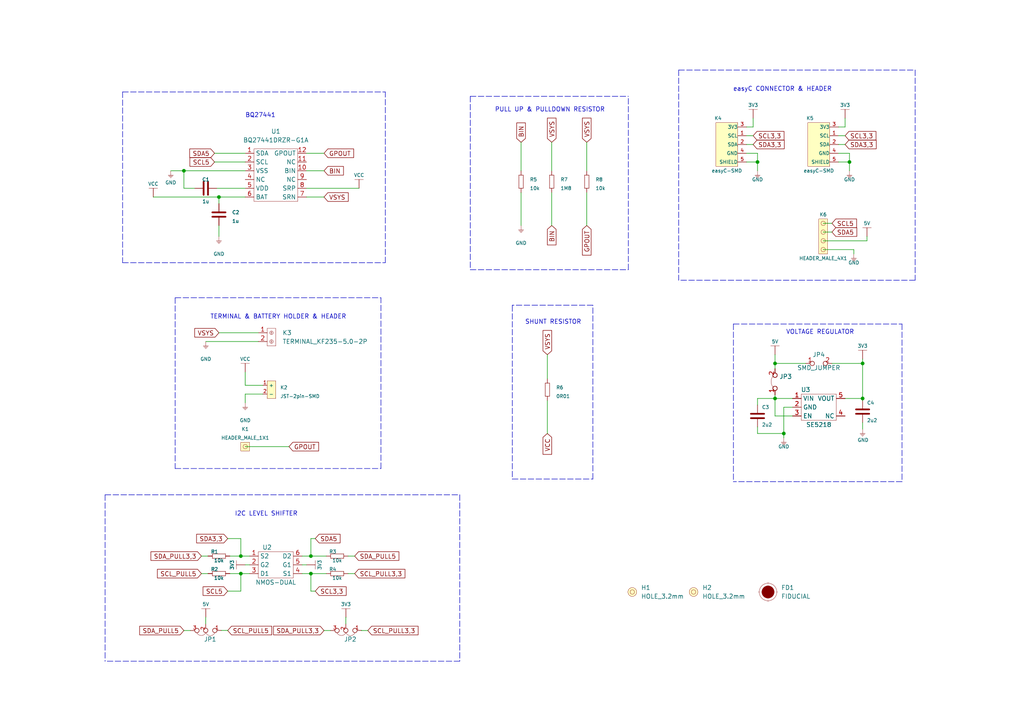
<source format=kicad_sch>
(kicad_sch (version 20211123) (generator eeschema)

  (uuid c4e165ae-2023-4e93-ba2b-0de1adb63811)

  (paper "A4")

  (title_block
    (title "Fuel gauge BQ27441 breakout")
    (date "2021-09-13")
    (rev "V1.0.0.")
    (company "SOLDERED")
    (comment 1 "333065")
  )

  (lib_symbols
    (symbol "e-radionica.com schematics:0603C" (pin_numbers hide) (pin_names (offset 0.002)) (in_bom yes) (on_board yes)
      (property "Reference" "C" (id 0) (at -0.635 3.175 0)
        (effects (font (size 1 1)))
      )
      (property "Value" "0603C" (id 1) (at 0 -3.175 0)
        (effects (font (size 1 1)))
      )
      (property "Footprint" "e-radionica.com footprinti:0603C" (id 2) (at 0 0 0)
        (effects (font (size 1 1)) hide)
      )
      (property "Datasheet" "" (id 3) (at 0 0 0)
        (effects (font (size 1 1)) hide)
      )
      (symbol "0603C_0_1"
        (polyline
          (pts
            (xy -0.635 1.905)
            (xy -0.635 -1.905)
          )
          (stroke (width 0.5) (type default) (color 0 0 0 0))
          (fill (type none))
        )
        (polyline
          (pts
            (xy 0.635 1.905)
            (xy 0.635 -1.905)
          )
          (stroke (width 0.5) (type default) (color 0 0 0 0))
          (fill (type none))
        )
      )
      (symbol "0603C_1_1"
        (pin passive line (at -3.175 0 0) (length 2.54)
          (name "~" (effects (font (size 1.27 1.27))))
          (number "1" (effects (font (size 1.27 1.27))))
        )
        (pin passive line (at 3.175 0 180) (length 2.54)
          (name "~" (effects (font (size 1.27 1.27))))
          (number "2" (effects (font (size 1.27 1.27))))
        )
      )
    )
    (symbol "e-radionica.com schematics:0603R" (pin_numbers hide) (pin_names (offset 0.254)) (in_bom yes) (on_board yes)
      (property "Reference" "R" (id 0) (at -1.905 1.905 0)
        (effects (font (size 1 1)))
      )
      (property "Value" "0603R" (id 1) (at 0 -1.905 0)
        (effects (font (size 1 1)))
      )
      (property "Footprint" "e-radionica.com footprinti:0603R" (id 2) (at -0.635 1.905 0)
        (effects (font (size 1 1)) hide)
      )
      (property "Datasheet" "" (id 3) (at -0.635 1.905 0)
        (effects (font (size 1 1)) hide)
      )
      (symbol "0603R_0_1"
        (rectangle (start -1.905 -0.635) (end 1.905 -0.6604)
          (stroke (width 0.1) (type default) (color 0 0 0 0))
          (fill (type none))
        )
        (rectangle (start -1.905 0.635) (end -1.8796 -0.635)
          (stroke (width 0.1) (type default) (color 0 0 0 0))
          (fill (type none))
        )
        (rectangle (start -1.905 0.635) (end 1.905 0.6096)
          (stroke (width 0.1) (type default) (color 0 0 0 0))
          (fill (type none))
        )
        (rectangle (start 1.905 0.635) (end 1.9304 -0.635)
          (stroke (width 0.1) (type default) (color 0 0 0 0))
          (fill (type none))
        )
      )
      (symbol "0603R_1_1"
        (pin passive line (at -3.175 0 0) (length 1.27)
          (name "~" (effects (font (size 1.27 1.27))))
          (number "1" (effects (font (size 1.27 1.27))))
        )
        (pin passive line (at 3.175 0 180) (length 1.27)
          (name "~" (effects (font (size 1.27 1.27))))
          (number "2" (effects (font (size 1.27 1.27))))
        )
      )
    )
    (symbol "e-radionica.com schematics:1206R" (pin_numbers hide) (pin_names (offset 0.254)) (in_bom yes) (on_board yes)
      (property "Reference" "R" (id 0) (at 0 1.27 0)
        (effects (font (size 1 1)))
      )
      (property "Value" "1206R" (id 1) (at 0 -1.905 0)
        (effects (font (size 1 1)))
      )
      (property "Footprint" "e-radionica.com footprinti:1206R" (id 2) (at -1.27 -3.81 0)
        (effects (font (size 1 1)) hide)
      )
      (property "Datasheet" "" (id 3) (at -0.635 1.905 0)
        (effects (font (size 1 1)) hide)
      )
      (symbol "1206R_0_1"
        (rectangle (start -1.905 -0.635) (end 1.905 -0.6604)
          (stroke (width 0.1) (type default) (color 0 0 0 0))
          (fill (type none))
        )
        (rectangle (start -1.905 0.635) (end -1.8796 -0.635)
          (stroke (width 0.1) (type default) (color 0 0 0 0))
          (fill (type none))
        )
        (rectangle (start -1.905 0.635) (end 1.905 0.6096)
          (stroke (width 0.1) (type default) (color 0 0 0 0))
          (fill (type none))
        )
        (rectangle (start 1.905 0.635) (end 1.9304 -0.635)
          (stroke (width 0.1) (type default) (color 0 0 0 0))
          (fill (type none))
        )
      )
      (symbol "1206R_1_1"
        (pin passive line (at -3.175 0 0) (length 1.27)
          (name "~" (effects (font (size 1.27 1.27))))
          (number "1" (effects (font (size 1.27 1.27))))
        )
        (pin passive line (at 3.175 0 180) (length 1.27)
          (name "~" (effects (font (size 1.27 1.27))))
          (number "2" (effects (font (size 1.27 1.27))))
        )
      )
    )
    (symbol "e-radionica.com schematics:3V3" (power) (pin_names (offset 0)) (in_bom yes) (on_board yes)
      (property "Reference" "#PWR" (id 0) (at 4.445 0 0)
        (effects (font (size 1 1)) hide)
      )
      (property "Value" "3V3" (id 1) (at 0 3.556 0)
        (effects (font (size 1 1)))
      )
      (property "Footprint" "" (id 2) (at 4.445 3.81 0)
        (effects (font (size 1 1)) hide)
      )
      (property "Datasheet" "" (id 3) (at 4.445 3.81 0)
        (effects (font (size 1 1)) hide)
      )
      (property "ki_keywords" "power-flag" (id 4) (at 0 0 0)
        (effects (font (size 1.27 1.27)) hide)
      )
      (property "ki_description" "Power symbol creates a global label with name \"+3V3\"" (id 5) (at 0 0 0)
        (effects (font (size 1.27 1.27)) hide)
      )
      (symbol "3V3_0_1"
        (polyline
          (pts
            (xy -1.27 2.54)
            (xy 1.27 2.54)
          )
          (stroke (width 0.0006) (type default) (color 0 0 0 0))
          (fill (type none))
        )
        (polyline
          (pts
            (xy 0 0)
            (xy 0 2.54)
          )
          (stroke (width 0) (type default) (color 0 0 0 0))
          (fill (type none))
        )
      )
      (symbol "3V3_1_1"
        (pin power_in line (at 0 0 90) (length 0) hide
          (name "3V3" (effects (font (size 1.27 1.27))))
          (number "1" (effects (font (size 1.27 1.27))))
        )
      )
    )
    (symbol "e-radionica.com schematics:5V" (power) (pin_names (offset 0)) (in_bom yes) (on_board yes)
      (property "Reference" "#PWR" (id 0) (at 4.445 0 0)
        (effects (font (size 1 1)) hide)
      )
      (property "Value" "5V" (id 1) (at 0 3.556 0)
        (effects (font (size 1 1)))
      )
      (property "Footprint" "" (id 2) (at 4.445 3.81 0)
        (effects (font (size 1 1)) hide)
      )
      (property "Datasheet" "" (id 3) (at 4.445 3.81 0)
        (effects (font (size 1 1)) hide)
      )
      (property "ki_keywords" "power-flag" (id 4) (at 0 0 0)
        (effects (font (size 1.27 1.27)) hide)
      )
      (property "ki_description" "Power symbol creates a global label with name \"+3V3\"" (id 5) (at 0 0 0)
        (effects (font (size 1.27 1.27)) hide)
      )
      (symbol "5V_0_1"
        (polyline
          (pts
            (xy -1.27 2.54)
            (xy 1.27 2.54)
          )
          (stroke (width 0.0006) (type default) (color 0 0 0 0))
          (fill (type none))
        )
        (polyline
          (pts
            (xy 0 0)
            (xy 0 2.54)
          )
          (stroke (width 0) (type default) (color 0 0 0 0))
          (fill (type none))
        )
      )
      (symbol "5V_1_1"
        (pin power_in line (at 0 0 90) (length 0) hide
          (name "5V" (effects (font (size 1.27 1.27))))
          (number "1" (effects (font (size 1.27 1.27))))
        )
      )
    )
    (symbol "e-radionica.com schematics:BQ27441" (in_bom yes) (on_board yes)
      (property "Reference" "U" (id 0) (at 0 -8.89 0)
        (effects (font (size 1.27 1.27)))
      )
      (property "Value" "BQ27441" (id 1) (at 0 11.43 0)
        (effects (font (size 1.27 1.27)))
      )
      (property "Footprint" "e-radionica.com footprinti:BQ27441" (id 2) (at -1.27 0 0)
        (effects (font (size 1.27 1.27)) hide)
      )
      (property "Datasheet" "" (id 3) (at -1.27 0 0)
        (effects (font (size 1.27 1.27)) hide)
      )
      (symbol "BQ27441_0_1"
        (rectangle (start -6.35 7.62) (end 6.35 -7.62)
          (stroke (width 0.0006) (type default) (color 0 0 0 0))
          (fill (type none))
        )
      )
      (symbol "BQ27441_1_1"
        (pin input line (at -8.89 6.35 0) (length 2.54)
          (name "SDA" (effects (font (size 1.27 1.27))))
          (number "1" (effects (font (size 1.27 1.27))))
        )
        (pin input line (at 8.89 1.27 180) (length 2.54)
          (name "BIN" (effects (font (size 1.27 1.27))))
          (number "10" (effects (font (size 1.27 1.27))))
        )
        (pin input line (at 8.89 3.81 180) (length 2.54)
          (name "NC" (effects (font (size 1.27 1.27))))
          (number "11" (effects (font (size 1.27 1.27))))
        )
        (pin input line (at 8.89 6.35 180) (length 2.54)
          (name "GPOUT" (effects (font (size 1.27 1.27))))
          (number "12" (effects (font (size 1.27 1.27))))
        )
        (pin input line (at -8.89 3.81 0) (length 2.54)
          (name "SCL" (effects (font (size 1.27 1.27))))
          (number "2" (effects (font (size 1.27 1.27))))
        )
        (pin input line (at -8.89 1.27 0) (length 2.54)
          (name "VSS" (effects (font (size 1.27 1.27))))
          (number "3" (effects (font (size 1.27 1.27))))
        )
        (pin input line (at -8.89 -1.27 0) (length 2.54)
          (name "NC" (effects (font (size 1.27 1.27))))
          (number "4" (effects (font (size 1.27 1.27))))
        )
        (pin input line (at -8.89 -3.81 0) (length 2.54)
          (name "VDD" (effects (font (size 1.27 1.27))))
          (number "5" (effects (font (size 1.27 1.27))))
        )
        (pin input line (at -8.89 -6.35 0) (length 2.54)
          (name "BAT" (effects (font (size 1.27 1.27))))
          (number "6" (effects (font (size 1.27 1.27))))
        )
        (pin input line (at 8.89 -6.35 180) (length 2.54)
          (name "SRN" (effects (font (size 1.27 1.27))))
          (number "7" (effects (font (size 1.27 1.27))))
        )
        (pin input line (at 8.89 -3.81 180) (length 2.54)
          (name "SRP" (effects (font (size 1.27 1.27))))
          (number "8" (effects (font (size 1.27 1.27))))
        )
        (pin input line (at 8.89 -1.27 180) (length 2.54)
          (name "NC" (effects (font (size 1.27 1.27))))
          (number "9" (effects (font (size 1.27 1.27))))
        )
      )
    )
    (symbol "e-radionica.com schematics:FIDUCIAL" (in_bom no) (on_board yes)
      (property "Reference" "FD" (id 0) (at 0 3.81 0)
        (effects (font (size 1.27 1.27)))
      )
      (property "Value" "FIDUCIAL" (id 1) (at 0 -3.81 0)
        (effects (font (size 1.27 1.27)))
      )
      (property "Footprint" "e-radionica.com footprinti:FIDUCIAL_23" (id 2) (at 0.254 -5.334 0)
        (effects (font (size 1.27 1.27)) hide)
      )
      (property "Datasheet" "" (id 3) (at 0 0 0)
        (effects (font (size 1.27 1.27)) hide)
      )
      (symbol "FIDUCIAL_0_1"
        (polyline
          (pts
            (xy -2.54 0)
            (xy -2.794 0)
          )
          (stroke (width 0.0006) (type default) (color 0 0 0 0))
          (fill (type none))
        )
        (polyline
          (pts
            (xy 0 -2.54)
            (xy 0 -2.794)
          )
          (stroke (width 0.0006) (type default) (color 0 0 0 0))
          (fill (type none))
        )
        (polyline
          (pts
            (xy 0 2.54)
            (xy 0 2.794)
          )
          (stroke (width 0.0006) (type default) (color 0 0 0 0))
          (fill (type none))
        )
        (polyline
          (pts
            (xy 2.54 0)
            (xy 2.794 0)
          )
          (stroke (width 0.0006) (type default) (color 0 0 0 0))
          (fill (type none))
        )
        (circle (center 0 0) (radius 1.7961)
          (stroke (width 0.001) (type default) (color 0 0 0 0))
          (fill (type outline))
        )
        (circle (center 0 0) (radius 2.54)
          (stroke (width 0.0006) (type default) (color 0 0 0 0))
          (fill (type none))
        )
      )
    )
    (symbol "e-radionica.com schematics:GND" (power) (pin_names (offset 0)) (in_bom yes) (on_board yes)
      (property "Reference" "#PWR" (id 0) (at 4.445 0 0)
        (effects (font (size 1 1)) hide)
      )
      (property "Value" "GND" (id 1) (at 0 -2.921 0)
        (effects (font (size 1 1)))
      )
      (property "Footprint" "" (id 2) (at 4.445 3.81 0)
        (effects (font (size 1 1)) hide)
      )
      (property "Datasheet" "" (id 3) (at 4.445 3.81 0)
        (effects (font (size 1 1)) hide)
      )
      (property "ki_keywords" "power-flag" (id 4) (at 0 0 0)
        (effects (font (size 1.27 1.27)) hide)
      )
      (property "ki_description" "Power symbol creates a global label with name \"+3V3\"" (id 5) (at 0 0 0)
        (effects (font (size 1.27 1.27)) hide)
      )
      (symbol "GND_0_1"
        (polyline
          (pts
            (xy -0.762 -1.27)
            (xy 0.762 -1.27)
          )
          (stroke (width 0.0006) (type default) (color 0 0 0 0))
          (fill (type none))
        )
        (polyline
          (pts
            (xy -0.635 -1.524)
            (xy 0.635 -1.524)
          )
          (stroke (width 0.0006) (type default) (color 0 0 0 0))
          (fill (type none))
        )
        (polyline
          (pts
            (xy -0.381 -1.778)
            (xy 0.381 -1.778)
          )
          (stroke (width 0.0006) (type default) (color 0 0 0 0))
          (fill (type none))
        )
        (polyline
          (pts
            (xy -0.127 -2.032)
            (xy 0.127 -2.032)
          )
          (stroke (width 0.0006) (type default) (color 0 0 0 0))
          (fill (type none))
        )
        (polyline
          (pts
            (xy 0 0)
            (xy 0 -1.27)
          )
          (stroke (width 0.0006) (type default) (color 0 0 0 0))
          (fill (type none))
        )
      )
      (symbol "GND_1_1"
        (pin power_in line (at 0 0 270) (length 0) hide
          (name "GND" (effects (font (size 1.27 1.27))))
          (number "1" (effects (font (size 1.27 1.27))))
        )
      )
    )
    (symbol "e-radionica.com schematics:GND_1" (power) (pin_names (offset 0)) (in_bom yes) (on_board yes)
      (property "Reference" "#PWR" (id 0) (at 4.445 0 0)
        (effects (font (size 1 1)) hide)
      )
      (property "Value" "GND" (id 1) (at 0 -2.921 0)
        (effects (font (size 1 1)))
      )
      (property "Footprint" "" (id 2) (at 4.445 3.81 0)
        (effects (font (size 1 1)) hide)
      )
      (property "Datasheet" "" (id 3) (at 4.445 3.81 0)
        (effects (font (size 1 1)) hide)
      )
      (property "ki_keywords" "power-flag" (id 4) (at 0 0 0)
        (effects (font (size 1.27 1.27)) hide)
      )
      (property "ki_description" "Power symbol creates a global label with name \"GND\"" (id 5) (at 0 0 0)
        (effects (font (size 1.27 1.27)) hide)
      )
      (symbol "GND_1_0_1"
        (polyline
          (pts
            (xy -0.762 -1.27)
            (xy 0.762 -1.27)
          )
          (stroke (width 0.0006) (type default) (color 0 0 0 0))
          (fill (type none))
        )
        (polyline
          (pts
            (xy -0.635 -1.524)
            (xy 0.635 -1.524)
          )
          (stroke (width 0.0006) (type default) (color 0 0 0 0))
          (fill (type none))
        )
        (polyline
          (pts
            (xy -0.381 -1.778)
            (xy 0.381 -1.778)
          )
          (stroke (width 0.0006) (type default) (color 0 0 0 0))
          (fill (type none))
        )
        (polyline
          (pts
            (xy -0.127 -2.032)
            (xy 0.127 -2.032)
          )
          (stroke (width 0.0006) (type default) (color 0 0 0 0))
          (fill (type none))
        )
        (polyline
          (pts
            (xy 0 0)
            (xy 0 -1.27)
          )
          (stroke (width 0.0006) (type default) (color 0 0 0 0))
          (fill (type none))
        )
      )
      (symbol "GND_1_1_1"
        (pin power_in line (at 0 0 270) (length 0) hide
          (name "GND" (effects (font (size 1.27 1.27))))
          (number "1" (effects (font (size 1.27 1.27))))
        )
      )
    )
    (symbol "e-radionica.com schematics:GND_2" (power) (pin_names (offset 0)) (in_bom yes) (on_board yes)
      (property "Reference" "#PWR" (id 0) (at 4.445 0 0)
        (effects (font (size 1 1)) hide)
      )
      (property "Value" "GND" (id 1) (at 0 -2.921 0)
        (effects (font (size 1 1)))
      )
      (property "Footprint" "" (id 2) (at 4.445 3.81 0)
        (effects (font (size 1 1)) hide)
      )
      (property "Datasheet" "" (id 3) (at 4.445 3.81 0)
        (effects (font (size 1 1)) hide)
      )
      (property "ki_keywords" "power-flag" (id 4) (at 0 0 0)
        (effects (font (size 1.27 1.27)) hide)
      )
      (property "ki_description" "Power symbol creates a global label with name \"GND\"" (id 5) (at 0 0 0)
        (effects (font (size 1.27 1.27)) hide)
      )
      (symbol "GND_2_0_1"
        (polyline
          (pts
            (xy -0.762 -1.27)
            (xy 0.762 -1.27)
          )
          (stroke (width 0.0006) (type default) (color 0 0 0 0))
          (fill (type none))
        )
        (polyline
          (pts
            (xy -0.635 -1.524)
            (xy 0.635 -1.524)
          )
          (stroke (width 0.0006) (type default) (color 0 0 0 0))
          (fill (type none))
        )
        (polyline
          (pts
            (xy -0.381 -1.778)
            (xy 0.381 -1.778)
          )
          (stroke (width 0.0006) (type default) (color 0 0 0 0))
          (fill (type none))
        )
        (polyline
          (pts
            (xy -0.127 -2.032)
            (xy 0.127 -2.032)
          )
          (stroke (width 0.0006) (type default) (color 0 0 0 0))
          (fill (type none))
        )
        (polyline
          (pts
            (xy 0 0)
            (xy 0 -1.27)
          )
          (stroke (width 0.0006) (type default) (color 0 0 0 0))
          (fill (type none))
        )
      )
      (symbol "GND_2_1_1"
        (pin power_in line (at 0 0 270) (length 0) hide
          (name "GND" (effects (font (size 1.27 1.27))))
          (number "1" (effects (font (size 1.27 1.27))))
        )
      )
    )
    (symbol "e-radionica.com schematics:GND_3" (power) (pin_names (offset 0)) (in_bom yes) (on_board yes)
      (property "Reference" "#PWR" (id 0) (at 4.445 0 0)
        (effects (font (size 1 1)) hide)
      )
      (property "Value" "GND" (id 1) (at 0 -2.921 0)
        (effects (font (size 1 1)))
      )
      (property "Footprint" "" (id 2) (at 4.445 3.81 0)
        (effects (font (size 1 1)) hide)
      )
      (property "Datasheet" "" (id 3) (at 4.445 3.81 0)
        (effects (font (size 1 1)) hide)
      )
      (property "ki_keywords" "power-flag" (id 4) (at 0 0 0)
        (effects (font (size 1.27 1.27)) hide)
      )
      (property "ki_description" "Power symbol creates a global label with name \"GND\"" (id 5) (at 0 0 0)
        (effects (font (size 1.27 1.27)) hide)
      )
      (symbol "GND_3_0_1"
        (polyline
          (pts
            (xy -0.762 -1.27)
            (xy 0.762 -1.27)
          )
          (stroke (width 0.0006) (type default) (color 0 0 0 0))
          (fill (type none))
        )
        (polyline
          (pts
            (xy -0.635 -1.524)
            (xy 0.635 -1.524)
          )
          (stroke (width 0.0006) (type default) (color 0 0 0 0))
          (fill (type none))
        )
        (polyline
          (pts
            (xy -0.381 -1.778)
            (xy 0.381 -1.778)
          )
          (stroke (width 0.0006) (type default) (color 0 0 0 0))
          (fill (type none))
        )
        (polyline
          (pts
            (xy -0.127 -2.032)
            (xy 0.127 -2.032)
          )
          (stroke (width 0.0006) (type default) (color 0 0 0 0))
          (fill (type none))
        )
        (polyline
          (pts
            (xy 0 0)
            (xy 0 -1.27)
          )
          (stroke (width 0.0006) (type default) (color 0 0 0 0))
          (fill (type none))
        )
      )
      (symbol "GND_3_1_1"
        (pin power_in line (at 0 0 270) (length 0) hide
          (name "GND" (effects (font (size 1.27 1.27))))
          (number "1" (effects (font (size 1.27 1.27))))
        )
      )
    )
    (symbol "e-radionica.com schematics:GND_4" (power) (pin_names (offset 0)) (in_bom yes) (on_board yes)
      (property "Reference" "#PWR" (id 0) (at 4.445 0 0)
        (effects (font (size 1 1)) hide)
      )
      (property "Value" "GND" (id 1) (at 0 -2.921 0)
        (effects (font (size 1 1)))
      )
      (property "Footprint" "" (id 2) (at 4.445 3.81 0)
        (effects (font (size 1 1)) hide)
      )
      (property "Datasheet" "" (id 3) (at 4.445 3.81 0)
        (effects (font (size 1 1)) hide)
      )
      (property "ki_keywords" "power-flag" (id 4) (at 0 0 0)
        (effects (font (size 1.27 1.27)) hide)
      )
      (property "ki_description" "Power symbol creates a global label with name \"GND\"" (id 5) (at 0 0 0)
        (effects (font (size 1.27 1.27)) hide)
      )
      (symbol "GND_4_0_1"
        (polyline
          (pts
            (xy -0.762 -1.27)
            (xy 0.762 -1.27)
          )
          (stroke (width 0.0006) (type default) (color 0 0 0 0))
          (fill (type none))
        )
        (polyline
          (pts
            (xy -0.635 -1.524)
            (xy 0.635 -1.524)
          )
          (stroke (width 0.0006) (type default) (color 0 0 0 0))
          (fill (type none))
        )
        (polyline
          (pts
            (xy -0.381 -1.778)
            (xy 0.381 -1.778)
          )
          (stroke (width 0.0006) (type default) (color 0 0 0 0))
          (fill (type none))
        )
        (polyline
          (pts
            (xy -0.127 -2.032)
            (xy 0.127 -2.032)
          )
          (stroke (width 0.0006) (type default) (color 0 0 0 0))
          (fill (type none))
        )
        (polyline
          (pts
            (xy 0 0)
            (xy 0 -1.27)
          )
          (stroke (width 0.0006) (type default) (color 0 0 0 0))
          (fill (type none))
        )
      )
      (symbol "GND_4_1_1"
        (pin power_in line (at 0 0 270) (length 0) hide
          (name "GND" (effects (font (size 1.27 1.27))))
          (number "1" (effects (font (size 1.27 1.27))))
        )
      )
    )
    (symbol "e-radionica.com schematics:GND_5" (power) (pin_names (offset 0)) (in_bom yes) (on_board yes)
      (property "Reference" "#PWR" (id 0) (at 4.445 0 0)
        (effects (font (size 1 1)) hide)
      )
      (property "Value" "GND" (id 1) (at 0 -2.921 0)
        (effects (font (size 1 1)))
      )
      (property "Footprint" "" (id 2) (at 4.445 3.81 0)
        (effects (font (size 1 1)) hide)
      )
      (property "Datasheet" "" (id 3) (at 4.445 3.81 0)
        (effects (font (size 1 1)) hide)
      )
      (property "ki_keywords" "power-flag" (id 4) (at 0 0 0)
        (effects (font (size 1.27 1.27)) hide)
      )
      (property "ki_description" "Power symbol creates a global label with name \"GND\"" (id 5) (at 0 0 0)
        (effects (font (size 1.27 1.27)) hide)
      )
      (symbol "GND_5_0_1"
        (polyline
          (pts
            (xy -0.762 -1.27)
            (xy 0.762 -1.27)
          )
          (stroke (width 0.0006) (type default) (color 0 0 0 0))
          (fill (type none))
        )
        (polyline
          (pts
            (xy -0.635 -1.524)
            (xy 0.635 -1.524)
          )
          (stroke (width 0.0006) (type default) (color 0 0 0 0))
          (fill (type none))
        )
        (polyline
          (pts
            (xy -0.381 -1.778)
            (xy 0.381 -1.778)
          )
          (stroke (width 0.0006) (type default) (color 0 0 0 0))
          (fill (type none))
        )
        (polyline
          (pts
            (xy -0.127 -2.032)
            (xy 0.127 -2.032)
          )
          (stroke (width 0.0006) (type default) (color 0 0 0 0))
          (fill (type none))
        )
        (polyline
          (pts
            (xy 0 0)
            (xy 0 -1.27)
          )
          (stroke (width 0.0006) (type default) (color 0 0 0 0))
          (fill (type none))
        )
      )
      (symbol "GND_5_1_1"
        (pin power_in line (at 0 0 270) (length 0) hide
          (name "GND" (effects (font (size 1.27 1.27))))
          (number "1" (effects (font (size 1.27 1.27))))
        )
      )
    )
    (symbol "e-radionica.com schematics:HEADER_MALE_1X1" (pin_numbers hide) (pin_names hide) (in_bom yes) (on_board yes)
      (property "Reference" "K" (id 0) (at -0.635 2.54 0)
        (effects (font (size 1 1)))
      )
      (property "Value" "HEADER_MALE_1X1" (id 1) (at 0 -2.54 0)
        (effects (font (size 1 1)))
      )
      (property "Footprint" "e-radionica.com footprinti:HEADER_MALE_1X1" (id 2) (at 0 0 0)
        (effects (font (size 1 1)) hide)
      )
      (property "Datasheet" "" (id 3) (at 0 0 0)
        (effects (font (size 1 1)) hide)
      )
      (symbol "HEADER_MALE_1X1_0_1"
        (rectangle (start -1.27 1.27) (end 1.27 -1.27)
          (stroke (width 0.001) (type default) (color 0 0 0 0))
          (fill (type background))
        )
        (circle (center 0 0) (radius 0.635)
          (stroke (width 0.0006) (type default) (color 0 0 0 0))
          (fill (type none))
        )
      )
      (symbol "HEADER_MALE_1X1_1_1"
        (pin passive line (at 0 0 180) (length 0)
          (name "~" (effects (font (size 1 1))))
          (number "1" (effects (font (size 1 1))))
        )
      )
    )
    (symbol "e-radionica.com schematics:HEADER_MALE_4X1" (pin_numbers hide) (pin_names hide) (in_bom yes) (on_board yes)
      (property "Reference" "K" (id 0) (at -0.635 7.62 0)
        (effects (font (size 1 1)))
      )
      (property "Value" "HEADER_MALE_4X1" (id 1) (at 0 -5.08 0)
        (effects (font (size 1 1)))
      )
      (property "Footprint" "e-radionica.com footprinti:HEADER_MALE_4X1" (id 2) (at 0 -2.54 0)
        (effects (font (size 1 1)) hide)
      )
      (property "Datasheet" "" (id 3) (at 0 -2.54 0)
        (effects (font (size 1 1)) hide)
      )
      (symbol "HEADER_MALE_4X1_0_1"
        (circle (center 0 -2.54) (radius 0.635)
          (stroke (width 0.0006) (type default) (color 0 0 0 0))
          (fill (type none))
        )
        (circle (center 0 0) (radius 0.635)
          (stroke (width 0.0006) (type default) (color 0 0 0 0))
          (fill (type none))
        )
        (circle (center 0 2.54) (radius 0.635)
          (stroke (width 0.0006) (type default) (color 0 0 0 0))
          (fill (type none))
        )
        (circle (center 0 5.08) (radius 0.635)
          (stroke (width 0.0006) (type default) (color 0 0 0 0))
          (fill (type none))
        )
        (rectangle (start 1.27 -3.81) (end -1.27 6.35)
          (stroke (width 0.001) (type default) (color 0 0 0 0))
          (fill (type background))
        )
      )
      (symbol "HEADER_MALE_4X1_1_1"
        (pin passive line (at 0 -2.54 180) (length 0)
          (name "~" (effects (font (size 1 1))))
          (number "1" (effects (font (size 1 1))))
        )
        (pin passive line (at 0 0 180) (length 0)
          (name "~" (effects (font (size 1 1))))
          (number "2" (effects (font (size 1 1))))
        )
        (pin passive line (at 0 2.54 180) (length 0)
          (name "~" (effects (font (size 1 1))))
          (number "3" (effects (font (size 1 1))))
        )
        (pin passive line (at 0 5.08 180) (length 0)
          (name "~" (effects (font (size 1 1))))
          (number "4" (effects (font (size 1 1))))
        )
      )
    )
    (symbol "e-radionica.com schematics:HOLE_3.2mm" (pin_numbers hide) (pin_names hide) (in_bom yes) (on_board yes)
      (property "Reference" "H" (id 0) (at 0 2.54 0)
        (effects (font (size 1.27 1.27)))
      )
      (property "Value" "HOLE_3.2mm" (id 1) (at 0 -2.54 0)
        (effects (font (size 1.27 1.27)))
      )
      (property "Footprint" "e-radionica.com footprinti:HOLE_3.2mm" (id 2) (at 0 0 0)
        (effects (font (size 1.27 1.27)) hide)
      )
      (property "Datasheet" "" (id 3) (at 0 0 0)
        (effects (font (size 1.27 1.27)) hide)
      )
      (symbol "HOLE_3.2mm_0_1"
        (circle (center 0 0) (radius 0.635)
          (stroke (width 0.0006) (type default) (color 0 0 0 0))
          (fill (type none))
        )
        (circle (center 0 0) (radius 1.27)
          (stroke (width 0.001) (type default) (color 0 0 0 0))
          (fill (type background))
        )
      )
    )
    (symbol "e-radionica.com schematics:JST-2pin-SMD" (in_bom yes) (on_board yes)
      (property "Reference" "K" (id 0) (at -1.27 5.08 0)
        (effects (font (size 1 1)))
      )
      (property "Value" "JST-2pin-SMD" (id 1) (at 0 -2.54 0)
        (effects (font (size 1 1)))
      )
      (property "Footprint" "e-radionica.com footprinti:JST-2pin-SMD" (id 2) (at 0 0 0)
        (effects (font (size 1 1)) hide)
      )
      (property "Datasheet" "" (id 3) (at 0 0 0)
        (effects (font (size 1 1)) hide)
      )
      (symbol "JST-2pin-SMD_0_1"
        (rectangle (start -2.54 3.81) (end 0 -1.27)
          (stroke (width 0.001) (type default) (color 0 0 0 0))
          (fill (type background))
        )
      )
      (symbol "JST-2pin-SMD_1_1"
        (pin passive line (at 1.27 0 180) (length 1.27)
          (name "+" (effects (font (size 1 1))))
          (number "1" (effects (font (size 1 1))))
        )
        (pin passive line (at 1.27 2.54 180) (length 1.27)
          (name "-" (effects (font (size 1 1))))
          (number "2" (effects (font (size 1 1))))
        )
      )
    )
    (symbol "e-radionica.com schematics:NMOS-DUAL" (in_bom yes) (on_board yes)
      (property "Reference" "U" (id 0) (at -3.81 5.08 0)
        (effects (font (size 1.27 1.27)))
      )
      (property "Value" "NMOS-DUAL" (id 1) (at 0 -5.08 0)
        (effects (font (size 1.27 1.27)))
      )
      (property "Footprint" "e-radionica.com footprinti:SOT-363" (id 2) (at 0 -7.62 0)
        (effects (font (size 1.27 1.27)) hide)
      )
      (property "Datasheet" "" (id 3) (at 0 -2.54 0)
        (effects (font (size 1.27 1.27)) hide)
      )
      (symbol "NMOS-DUAL_0_1"
        (rectangle (start -5.08 3.81) (end 5.08 -3.81)
          (stroke (width 0.0006) (type default) (color 0 0 0 0))
          (fill (type none))
        )
      )
      (symbol "NMOS-DUAL_1_1"
        (pin input line (at -7.62 2.54 0) (length 2.54)
          (name "S2" (effects (font (size 1.27 1.27))))
          (number "1" (effects (font (size 1.27 1.27))))
        )
        (pin input line (at -7.62 0 0) (length 2.54)
          (name "G2" (effects (font (size 1.27 1.27))))
          (number "2" (effects (font (size 1.27 1.27))))
        )
        (pin input line (at -7.62 -2.54 0) (length 2.54)
          (name "D1" (effects (font (size 1.27 1.27))))
          (number "3" (effects (font (size 1.27 1.27))))
        )
        (pin input line (at 7.62 -2.54 180) (length 2.54)
          (name "S1" (effects (font (size 1.27 1.27))))
          (number "4" (effects (font (size 1.27 1.27))))
        )
        (pin input line (at 7.62 0 180) (length 2.54)
          (name "G1" (effects (font (size 1.27 1.27))))
          (number "5" (effects (font (size 1.27 1.27))))
        )
        (pin input line (at 7.62 2.54 180) (length 2.54)
          (name "D2" (effects (font (size 1.27 1.27))))
          (number "6" (effects (font (size 1.27 1.27))))
        )
      )
    )
    (symbol "e-radionica.com schematics:SE5218" (in_bom yes) (on_board yes)
      (property "Reference" "U" (id 0) (at -3.81 5.08 0)
        (effects (font (size 1.27 1.27)))
      )
      (property "Value" "SE5218" (id 1) (at 0 -5.08 0)
        (effects (font (size 1.27 1.27)))
      )
      (property "Footprint" "e-radionica.com footprinti:SOT-23-5" (id 2) (at 0 0 0)
        (effects (font (size 1.27 1.27)) hide)
      )
      (property "Datasheet" "" (id 3) (at 0 0 0)
        (effects (font (size 1.27 1.27)) hide)
      )
      (symbol "SE5218_0_1"
        (rectangle (start -5.08 3.81) (end 5.08 -3.81)
          (stroke (width 0.0006) (type default) (color 0 0 0 0))
          (fill (type none))
        )
      )
      (symbol "SE5218_1_1"
        (pin power_in line (at -7.62 2.54 0) (length 2.54)
          (name "VIN" (effects (font (size 1.27 1.27))))
          (number "1" (effects (font (size 1.27 1.27))))
        )
        (pin power_in line (at -7.62 0 0) (length 2.54)
          (name "GND" (effects (font (size 1.27 1.27))))
          (number "2" (effects (font (size 1.27 1.27))))
        )
        (pin input line (at -7.62 -2.54 0) (length 2.54)
          (name "EN" (effects (font (size 1.27 1.27))))
          (number "3" (effects (font (size 1.27 1.27))))
        )
        (pin passive line (at 7.62 -2.54 180) (length 2.54)
          (name "NC" (effects (font (size 1.27 1.27))))
          (number "4" (effects (font (size 1.27 1.27))))
        )
        (pin power_out line (at 7.62 2.54 180) (length 2.54)
          (name "VOUT" (effects (font (size 1.27 1.27))))
          (number "5" (effects (font (size 1.27 1.27))))
        )
      )
    )
    (symbol "e-radionica.com schematics:SMD-JUMPER-CONNECTED_TRACE_SLODERMASK" (in_bom yes) (on_board yes)
      (property "Reference" "JP" (id 0) (at 0 3.556 0)
        (effects (font (size 1.27 1.27)))
      )
      (property "Value" "SMD-JUMPER-CONNECTED_TRACE_SLODERMASK" (id 1) (at 0 -2.54 0)
        (effects (font (size 1.27 1.27)))
      )
      (property "Footprint" "e-radionica.com footprinti:SMD-JUMPER-CONNECTED_TRACE_SLODERMASK" (id 2) (at 0 -5.715 0)
        (effects (font (size 1.27 1.27)) hide)
      )
      (property "Datasheet" "" (id 3) (at 0 0 0)
        (effects (font (size 1.27 1.27)) hide)
      )
      (symbol "SMD-JUMPER-CONNECTED_TRACE_SLODERMASK_0_1"
        (arc (start 1.397 0.5842) (mid -0.2077 1.1365) (end -1.8034 0.5588)
          (stroke (width 0.0006) (type default) (color 0 0 0 0))
          (fill (type none))
        )
      )
      (symbol "SMD-JUMPER-CONNECTED_TRACE_SLODERMASK_1_1"
        (pin passive inverted (at -4.064 0 0) (length 2.54)
          (name "" (effects (font (size 1.27 1.27))))
          (number "1" (effects (font (size 1.27 1.27))))
        )
        (pin passive inverted (at 3.556 0 180) (length 2.54)
          (name "" (effects (font (size 1.27 1.27))))
          (number "2" (effects (font (size 1.27 1.27))))
        )
      )
    )
    (symbol "e-radionica.com schematics:SMD_JUMPER" (in_bom yes) (on_board yes)
      (property "Reference" "JP" (id 0) (at 0 1.397 0)
        (effects (font (size 1.27 1.27)))
      )
      (property "Value" "SMD_JUMPER" (id 1) (at 0.508 -3.048 0)
        (effects (font (size 1.27 1.27)))
      )
      (property "Footprint" "e-radionica.com footprinti:SMD_JUMPER" (id 2) (at 0 0 0)
        (effects (font (size 1.27 1.27)) hide)
      )
      (property "Datasheet" "" (id 3) (at 0 0 0)
        (effects (font (size 1.27 1.27)) hide)
      )
      (symbol "SMD_JUMPER_1_1"
        (pin passive inverted (at -3.81 0 0) (length 2.54)
          (name "" (effects (font (size 1.27 1.27))))
          (number "1" (effects (font (size 1.27 1.27))))
        )
        (pin passive inverted (at 3.81 0 180) (length 2.54)
          (name "" (effects (font (size 1.27 1.27))))
          (number "2" (effects (font (size 1.27 1.27))))
        )
      )
    )
    (symbol "e-radionica.com schematics:SMD_JUMPER_3_PAD_TRACE" (in_bom yes) (on_board yes)
      (property "Reference" "JP" (id 0) (at 0.0254 5.461 0)
        (effects (font (size 1.27 1.27)))
      )
      (property "Value" "SMD_JUMPER_3_PAD_TRACE" (id 1) (at 0.3048 -4.572 0)
        (effects (font (size 1.27 1.27)))
      )
      (property "Footprint" "e-radionica.com footprinti:SMD_JUMPER_3_PAD_TRACE" (id 2) (at 0 -1.27 0)
        (effects (font (size 1.27 1.27)) hide)
      )
      (property "Datasheet" "" (id 3) (at 0 0 0)
        (effects (font (size 1.27 1.27)) hide)
      )
      (symbol "SMD_JUMPER_3_PAD_TRACE_0_1"
        (arc (start 0 0.5842) (mid -1.2996 1.4721) (end -2.6162 0.6096)
          (stroke (width 0.0006) (type default) (color 0 0 0 0))
          (fill (type none))
        )
        (arc (start 2.5908 0.6604) (mid 1.2796 1.4379) (end 0 0.6096)
          (stroke (width 0.0006) (type default) (color 0 0 0 0))
          (fill (type none))
        )
      )
      (symbol "SMD_JUMPER_3_PAD_TRACE_1_1"
        (pin passive inverted (at -4.5212 -0.0254 0) (length 2.54)
          (name "" (effects (font (size 1 1))))
          (number "1" (effects (font (size 1 1))))
        )
        (pin passive inverted (at 0.0254 -1.9304 90) (length 2.54)
          (name "" (effects (font (size 1 1))))
          (number "2" (effects (font (size 1 1))))
        )
        (pin passive inverted (at 4.4704 0 180) (length 2.54)
          (name "" (effects (font (size 1 1))))
          (number "3" (effects (font (size 1 1))))
        )
      )
    )
    (symbol "e-radionica.com schematics:TERMINAL_KF235-5.0-2P" (in_bom yes) (on_board yes)
      (property "Reference" "K" (id 0) (at 0 3.81 0)
        (effects (font (size 1.27 1.27)))
      )
      (property "Value" "TERMINAL_KF235-5.0-2P" (id 1) (at 0 -3.81 0)
        (effects (font (size 1.27 1.27)))
      )
      (property "Footprint" "e-radionica.com footprinti:TERMINAL_KF235-5.0-2P" (id 2) (at 0 0 0)
        (effects (font (size 1.27 1.27)) hide)
      )
      (property "Datasheet" "" (id 3) (at 0 0 0)
        (effects (font (size 1.27 1.27)) hide)
      )
      (symbol "TERMINAL_KF235-5.0-2P_0_1"
        (rectangle (start -1.27 2.54) (end 1.27 -2.54)
          (stroke (width 0.0006) (type default) (color 0 0 0 0))
          (fill (type none))
        )
        (circle (center 0 -1.27) (radius 0.508)
          (stroke (width 0.0006) (type default) (color 0 0 0 0))
          (fill (type none))
        )
        (polyline
          (pts
            (xy -0.254 -1.27)
            (xy 0.254 -1.27)
          )
          (stroke (width 0.0006) (type default) (color 0 0 0 0))
          (fill (type none))
        )
        (polyline
          (pts
            (xy -0.254 1.27)
            (xy 0.254 1.27)
          )
          (stroke (width 0.0006) (type default) (color 0 0 0 0))
          (fill (type none))
        )
        (polyline
          (pts
            (xy 0 -0.762)
            (xy 0 -1.778)
          )
          (stroke (width 0.0006) (type default) (color 0 0 0 0))
          (fill (type none))
        )
        (polyline
          (pts
            (xy 0 1.778)
            (xy 0 0.762)
          )
          (stroke (width 0.0006) (type default) (color 0 0 0 0))
          (fill (type none))
        )
        (circle (center 0 1.27) (radius 0.508)
          (stroke (width 0.0006) (type default) (color 0 0 0 0))
          (fill (type none))
        )
      )
      (symbol "TERMINAL_KF235-5.0-2P_1_1"
        (pin input line (at -3.81 1.27 0) (length 2.54)
          (name "~" (effects (font (size 1.27 1.27))))
          (number "1" (effects (font (size 1.27 1.27))))
        )
        (pin input line (at -3.81 -1.27 0) (length 2.54)
          (name "~" (effects (font (size 1.27 1.27))))
          (number "2" (effects (font (size 1.27 1.27))))
        )
      )
    )
    (symbol "e-radionica.com schematics:VCC" (power) (pin_names (offset 0)) (in_bom yes) (on_board yes)
      (property "Reference" "#PWR" (id 0) (at 4.445 0 0)
        (effects (font (size 1 1)) hide)
      )
      (property "Value" "VCC" (id 1) (at 0 3.556 0)
        (effects (font (size 1 1)))
      )
      (property "Footprint" "" (id 2) (at 4.445 3.81 0)
        (effects (font (size 1 1)) hide)
      )
      (property "Datasheet" "" (id 3) (at 4.445 3.81 0)
        (effects (font (size 1 1)) hide)
      )
      (property "ki_keywords" "power-flag" (id 4) (at 0 0 0)
        (effects (font (size 1.27 1.27)) hide)
      )
      (property "ki_description" "Power symbol creates a global label with name \"VCC\"" (id 5) (at 0 0 0)
        (effects (font (size 1.27 1.27)) hide)
      )
      (symbol "VCC_0_1"
        (polyline
          (pts
            (xy -1.27 2.54)
            (xy 1.27 2.54)
          )
          (stroke (width 0.0006) (type default) (color 0 0 0 0))
          (fill (type none))
        )
        (polyline
          (pts
            (xy 0 0)
            (xy 0 2.54)
          )
          (stroke (width 0) (type default) (color 0 0 0 0))
          (fill (type none))
        )
      )
      (symbol "VCC_1_1"
        (pin power_in line (at 0 0 90) (length 0) hide
          (name "VCC" (effects (font (size 1.27 1.27))))
          (number "1" (effects (font (size 1.27 1.27))))
        )
      )
    )
    (symbol "e-radionica.com schematics:easyC-SMD" (pin_names (offset 0.002)) (in_bom yes) (on_board yes)
      (property "Reference" "K" (id 0) (at -2.54 10.16 0)
        (effects (font (size 1 1)))
      )
      (property "Value" "easyC-SMD" (id 1) (at 0 -5.08 0)
        (effects (font (size 1 1)))
      )
      (property "Footprint" "e-radionica.com footprinti:easyC-connector" (id 2) (at 3.175 2.54 0)
        (effects (font (size 1 1)) hide)
      )
      (property "Datasheet" "" (id 3) (at 3.175 2.54 0)
        (effects (font (size 1 1)) hide)
      )
      (symbol "easyC-SMD_0_1"
        (rectangle (start -3.175 8.89) (end 3.175 -3.81)
          (stroke (width 0.001) (type default) (color 0 0 0 0))
          (fill (type background))
        )
      )
      (symbol "easyC-SMD_1_1"
        (pin passive line (at 5.715 5.08 180) (length 2.54)
          (name "SCL" (effects (font (size 1 1))))
          (number "1" (effects (font (size 1 1))))
        )
        (pin passive line (at 5.715 2.54 180) (length 2.54)
          (name "SDA" (effects (font (size 1 1))))
          (number "2" (effects (font (size 1 1))))
        )
        (pin passive line (at 5.715 7.62 180) (length 2.54)
          (name "3V3" (effects (font (size 1 1))))
          (number "3" (effects (font (size 1 1))))
        )
        (pin passive line (at 5.715 0 180) (length 2.54)
          (name "GND" (effects (font (size 1 1))))
          (number "4" (effects (font (size 1 1))))
        )
        (pin passive line (at 5.715 -2.54 180) (length 2.54)
          (name "SHIELD" (effects (font (size 1 1))))
          (number "5" (effects (font (size 1 1))))
        )
      )
    )
  )

  (junction (at 250.19 105.41) (diameter 0.9144) (color 0 0 0 0)
    (uuid 009a4fb4-fcc0-4623-ae5d-c1bae3219583)
  )
  (junction (at 227.33 125.73) (diameter 0.9144) (color 0 0 0 0)
    (uuid 37f31dec-63fc-4634-a141-5dc5d2b60fe4)
  )
  (junction (at 53.34 49.53) (diameter 0.9144) (color 0 0 0 0)
    (uuid 4fa10683-33cd-4dcd-8acc-2415cd63c62a)
  )
  (junction (at 224.79 115.57) (diameter 0.9144) (color 0 0 0 0)
    (uuid 88668202-3f0b-4d07-84d4-dcd790f57272)
  )
  (junction (at 69.85 161.29) (diameter 0.9144) (color 0 0 0 0)
    (uuid 8bc2c25a-a1f1-4ce8-b96a-a4f8f4c35079)
  )
  (junction (at 246.38 46.99) (diameter 0.9144) (color 0 0 0 0)
    (uuid 91c1eb0a-67ae-4ef0-95ce-d060a03a7313)
  )
  (junction (at 63.5 57.15) (diameter 0.9144) (color 0 0 0 0)
    (uuid 9cbf35b8-f4d3-42a3-bb16-04ffd03fd8fd)
  )
  (junction (at 69.85 166.37) (diameter 0.9144) (color 0 0 0 0)
    (uuid b1ddb058-f7b2-429c-9489-f4e2242ad7e5)
  )
  (junction (at 219.71 46.99) (diameter 0.9144) (color 0 0 0 0)
    (uuid c106154f-d948-43e5-abfa-e1b96055d91b)
  )
  (junction (at 224.79 105.41) (diameter 0.9144) (color 0 0 0 0)
    (uuid c24d6ac8-802d-4df3-a210-9cb1f693e865)
  )
  (junction (at 250.19 115.57) (diameter 0.9144) (color 0 0 0 0)
    (uuid cf386a39-fc62-49dd-8ec5-e044f6bd67ce)
  )
  (junction (at 90.17 161.29) (diameter 0.9144) (color 0 0 0 0)
    (uuid eee16674-2d21-45b6-ab5e-d669125df26c)
  )
  (junction (at 90.17 166.37) (diameter 0.9144) (color 0 0 0 0)
    (uuid f449bd37-cc90-4487-aee6-2a20b8d2843a)
  )

  (wire (pts (xy 62.23 46.99) (xy 71.12 46.99))
    (stroke (width 0) (type solid) (color 0 0 0 0))
    (uuid 027decb0-c77c-4e21-8e6d-ce6dd583fba9)
  )
  (wire (pts (xy 151.13 41.275) (xy 151.13 49.53))
    (stroke (width 0) (type solid) (color 0 0 0 0))
    (uuid 0406dc0e-199a-40c5-a323-0137e404ed50)
  )
  (wire (pts (xy 59.69 99.06) (xy 74.93 99.06))
    (stroke (width 0) (type solid) (color 0 0 0 0))
    (uuid 051a6281-582b-46e1-911a-40f788c3d6f5)
  )
  (wire (pts (xy 227.33 118.11) (xy 227.33 125.73))
    (stroke (width 0) (type solid) (color 0 0 0 0))
    (uuid 067cbfdb-74ce-434a-9cc1-40239643dc36)
  )
  (wire (pts (xy 87.63 163.83) (xy 88.9 163.83))
    (stroke (width 0) (type solid) (color 0 0 0 0))
    (uuid 07f9ccc7-e3e3-4322-9331-404c56f2ffa3)
  )
  (wire (pts (xy 49.53 49.53) (xy 53.34 49.53))
    (stroke (width 0) (type solid) (color 0 0 0 0))
    (uuid 09150622-e296-4118-8372-5a0d7e8306ca)
  )
  (wire (pts (xy 53.34 49.53) (xy 71.12 49.53))
    (stroke (width 0) (type solid) (color 0 0 0 0))
    (uuid 09150622-e296-4118-8372-5a0d7e8306cb)
  )
  (wire (pts (xy 100.3046 179.07) (xy 100.33 179.07))
    (stroke (width 0) (type solid) (color 0 0 0 0))
    (uuid 0f57a06a-b6a1-4040-9aa8-2d996dfb3d98)
  )
  (wire (pts (xy 219.71 44.45) (xy 219.71 46.99))
    (stroke (width 0) (type solid) (color 0 0 0 0))
    (uuid 0fd80216-f3af-4dd7-8a73-000d4edc4c93)
  )
  (wire (pts (xy 63.5 65.405) (xy 63.5 68.58))
    (stroke (width 0) (type solid) (color 0 0 0 0))
    (uuid 12292241-1fea-4185-a97b-fb9242d8069d)
  )
  (wire (pts (xy 62.865 54.61) (xy 71.12 54.61))
    (stroke (width 0) (type solid) (color 0 0 0 0))
    (uuid 1322ecbd-f470-42fe-9011-f11c08dff8f5)
  )
  (wire (pts (xy 71.12 129.54) (xy 83.82 129.54))
    (stroke (width 0) (type solid) (color 0 0 0 0))
    (uuid 19c57412-68a1-4eaa-84dd-337ef5136217)
  )
  (polyline (pts (xy 212.725 93.98) (xy 212.725 139.7))
    (stroke (width 0) (type dash) (color 0 0 0 0))
    (uuid 1a9870ea-81cd-4e20-b265-32e98ac567b8)
  )

  (wire (pts (xy 53.34 54.61) (xy 53.34 49.53))
    (stroke (width 0) (type solid) (color 0 0 0 0))
    (uuid 1cd4e3f0-b436-4b99-87ef-53f2809fb35f)
  )
  (wire (pts (xy 56.515 54.61) (xy 53.34 54.61))
    (stroke (width 0) (type solid) (color 0 0 0 0))
    (uuid 1cd4e3f0-b436-4b99-87ef-53f2809fb360)
  )
  (wire (pts (xy 224.79 114.554) (xy 224.79 115.57))
    (stroke (width 0) (type solid) (color 0 0 0 0))
    (uuid 1fa35296-83ef-4edb-8183-39ad1abb477a)
  )
  (wire (pts (xy 251.46 69.85) (xy 251.46 68.58))
    (stroke (width 0) (type solid) (color 0 0 0 0))
    (uuid 20a1b8a4-421d-4dd7-9dca-f0133536d516)
  )
  (wire (pts (xy 91.44 171.45) (xy 90.17 171.45))
    (stroke (width 0) (type solid) (color 0 0 0 0))
    (uuid 20ddd93d-d5a0-4f29-8fe4-51878a52e261)
  )
  (wire (pts (xy 66.04 182.8546) (xy 66.04 182.88))
    (stroke (width 0) (type solid) (color 0 0 0 0))
    (uuid 2373f42a-236f-4f14-9c10-d593a3d3497a)
  )
  (wire (pts (xy 66.675 166.37) (xy 69.85 166.37))
    (stroke (width 0) (type solid) (color 0 0 0 0))
    (uuid 27dafaff-e5ab-40b8-8047-ecb3350eb314)
  )
  (wire (pts (xy 227.33 125.73) (xy 227.33 127))
    (stroke (width 0) (type solid) (color 0 0 0 0))
    (uuid 2ab34fb1-129e-4c15-89f3-cea86be4b12c)
  )
  (wire (pts (xy 64.2112 182.8546) (xy 66.04 182.8546))
    (stroke (width 0) (type solid) (color 0 0 0 0))
    (uuid 2ba2ca3d-6a3c-4109-898b-25b025cd442d)
  )
  (wire (pts (xy 69.85 171.45) (xy 69.85 166.37))
    (stroke (width 0) (type solid) (color 0 0 0 0))
    (uuid 2c39cf26-10f4-45cc-bad4-bb17149b5d92)
  )
  (wire (pts (xy 91.44 156.21) (xy 90.17 156.21))
    (stroke (width 0) (type solid) (color 0 0 0 0))
    (uuid 2d9ef0fe-8c4e-4b4f-afc7-bb31a145037f)
  )
  (polyline (pts (xy 196.85 20.32) (xy 196.85 81.28))
    (stroke (width 0) (type dash) (color 0 0 0 0))
    (uuid 3860456d-28c4-463c-808e-9105f75de7cd)
  )

  (wire (pts (xy 245.11 36.83) (xy 245.11 34.29))
    (stroke (width 0) (type solid) (color 0 0 0 0))
    (uuid 41a6f76f-3c4e-47f2-a708-e2a8e09312ba)
  )
  (wire (pts (xy 100.965 161.29) (xy 102.87 161.29))
    (stroke (width 0) (type solid) (color 0 0 0 0))
    (uuid 41dd209b-8b9f-4645-a332-85033fa9f131)
  )
  (wire (pts (xy 88.9 57.15) (xy 93.98 57.15))
    (stroke (width 0) (type solid) (color 0 0 0 0))
    (uuid 42717a58-e9cc-4e1a-8366-0e8ba069c47e)
  )
  (wire (pts (xy 229.87 118.11) (xy 227.33 118.11))
    (stroke (width 0) (type solid) (color 0 0 0 0))
    (uuid 43952a23-7578-4a27-9f8d-c6177384a989)
  )
  (wire (pts (xy 66.04 156.21) (xy 69.85 156.21))
    (stroke (width 0) (type solid) (color 0 0 0 0))
    (uuid 43c4b777-dbd7-4a4e-af1b-f8b1c16414a6)
  )
  (wire (pts (xy 246.38 46.99) (xy 246.38 49.53))
    (stroke (width 0) (type solid) (color 0 0 0 0))
    (uuid 4611b950-43ff-4e6c-9b2a-1d01fcef0309)
  )
  (polyline (pts (xy 35.56 26.67) (xy 35.56 76.2))
    (stroke (width 0) (type dash) (color 0 0 0 0))
    (uuid 48ccd59b-4c2c-4164-8ad8-c774c94cda7d)
  )
  (polyline (pts (xy 35.56 26.67) (xy 111.76 26.67))
    (stroke (width 0) (type dash) (color 0 0 0 0))
    (uuid 48ccd59b-4c2c-4164-8ad8-c774c94cda7e)
  )
  (polyline (pts (xy 35.56 76.2) (xy 111.76 76.2))
    (stroke (width 0) (type dash) (color 0 0 0 0))
    (uuid 48ccd59b-4c2c-4164-8ad8-c774c94cda7f)
  )
  (polyline (pts (xy 111.76 76.2) (xy 111.76 26.67))
    (stroke (width 0) (type dash) (color 0 0 0 0))
    (uuid 48ccd59b-4c2c-4164-8ad8-c774c94cda80)
  )

  (wire (pts (xy 229.87 115.57) (xy 224.79 115.57))
    (stroke (width 0) (type solid) (color 0 0 0 0))
    (uuid 48da23c5-f293-4de0-94c3-66220ef26d1e)
  )
  (wire (pts (xy 241.3 105.41) (xy 250.19 105.41))
    (stroke (width 0) (type solid) (color 0 0 0 0))
    (uuid 4d784237-aa11-44fd-aab9-fcf1f715f88c)
  )
  (wire (pts (xy 158.75 116.205) (xy 158.75 125.73))
    (stroke (width 0) (type solid) (color 0 0 0 0))
    (uuid 4efac0be-db02-4bcf-bdbd-ad10ccb3a7f6)
  )
  (wire (pts (xy 247.65 72.39) (xy 247.65 73.66))
    (stroke (width 0) (type solid) (color 0 0 0 0))
    (uuid 55e41296-b3c3-40f1-8289-f9d7fbd5da77)
  )
  (wire (pts (xy 53.34 182.88) (xy 55.2196 182.88))
    (stroke (width 0) (type solid) (color 0 0 0 0))
    (uuid 56dc5526-76db-4533-9d27-fd5971e6d0c7)
  )
  (wire (pts (xy 93.98 182.88) (xy 95.8596 182.88))
    (stroke (width 0) (type solid) (color 0 0 0 0))
    (uuid 5709b461-2a2e-43b8-8a4c-6d63d1b890f8)
  )
  (wire (pts (xy 58.42 161.29) (xy 60.325 161.29))
    (stroke (width 0) (type solid) (color 0 0 0 0))
    (uuid 572119cc-a2c4-4d45-8320-78b89303482c)
  )
  (wire (pts (xy 90.17 166.37) (xy 94.615 166.37))
    (stroke (width 0) (type solid) (color 0 0 0 0))
    (uuid 5763e8f3-bae8-4cd1-8bdd-9d4b441b95f3)
  )
  (wire (pts (xy 219.71 117.475) (xy 219.71 115.57))
    (stroke (width 0) (type solid) (color 0 0 0 0))
    (uuid 58476c61-5be4-4492-8bfc-730dc8f391f6)
  )
  (wire (pts (xy 100.965 166.37) (xy 102.87 166.37))
    (stroke (width 0) (type solid) (color 0 0 0 0))
    (uuid 5999c43d-e6e1-44f8-a34a-2fc2ca81f56c)
  )
  (wire (pts (xy 243.205 36.83) (xy 245.11 36.83))
    (stroke (width 0) (type solid) (color 0 0 0 0))
    (uuid 5e6d4acb-d093-48b2-b0c5-45456e3cc7b9)
  )
  (polyline (pts (xy 50.8 86.36) (xy 50.8 135.89))
    (stroke (width 0) (type dash) (color 0 0 0 0))
    (uuid 6062ad97-053c-4888-b305-0474b6f4379d)
  )
  (polyline (pts (xy 50.8 86.36) (xy 110.49 86.36))
    (stroke (width 0) (type dash) (color 0 0 0 0))
    (uuid 6062ad97-053c-4888-b305-0474b6f4379e)
  )
  (polyline (pts (xy 50.8 135.89) (xy 110.49 135.89))
    (stroke (width 0) (type dash) (color 0 0 0 0))
    (uuid 6062ad97-053c-4888-b305-0474b6f4379f)
  )
  (polyline (pts (xy 110.49 135.89) (xy 110.49 86.36))
    (stroke (width 0) (type dash) (color 0 0 0 0))
    (uuid 6062ad97-053c-4888-b305-0474b6f437a0)
  )

  (wire (pts (xy 243.205 46.99) (xy 246.38 46.99))
    (stroke (width 0) (type solid) (color 0 0 0 0))
    (uuid 60a0a53c-ed1a-42a8-af65-c87413619c46)
  )
  (wire (pts (xy 216.535 36.83) (xy 218.44 36.83))
    (stroke (width 0) (type solid) (color 0 0 0 0))
    (uuid 63466865-1bb4-4533-9318-3235f0fd6dde)
  )
  (wire (pts (xy 88.9 54.61) (xy 104.14 54.61))
    (stroke (width 0) (type solid) (color 0 0 0 0))
    (uuid 63a8e665-8579-40c6-8712-6f224c098b57)
  )
  (polyline (pts (xy 212.725 93.98) (xy 261.62 93.98))
    (stroke (width 0) (type dash) (color 0 0 0 0))
    (uuid 64a704c3-a5a2-49ac-b169-1bad0476b756)
  )

  (wire (pts (xy 66.675 161.29) (xy 69.85 161.29))
    (stroke (width 0) (type solid) (color 0 0 0 0))
    (uuid 650c91d8-21f2-4ad2-a623-111a17ef47b3)
  )
  (wire (pts (xy 216.535 41.91) (xy 218.44 41.91))
    (stroke (width 0) (type solid) (color 0 0 0 0))
    (uuid 6cf95e23-ec00-4206-8270-d2cffa13814d)
  )
  (wire (pts (xy 88.9 44.45) (xy 93.98 44.45))
    (stroke (width 0) (type solid) (color 0 0 0 0))
    (uuid 6d0be950-fcc4-454a-af24-86c98eec4e99)
  )
  (wire (pts (xy 245.11 115.57) (xy 250.19 115.57))
    (stroke (width 0) (type solid) (color 0 0 0 0))
    (uuid 6dd8f608-b9db-4dc9-9130-fe1d289b8287)
  )
  (polyline (pts (xy 136.398 27.94) (xy 136.398 78.232))
    (stroke (width 0) (type dash) (color 0 0 0 0))
    (uuid 7368bfc0-14d5-4eea-8eeb-3bc652f0301a)
  )
  (polyline (pts (xy 136.398 27.94) (xy 182.245 27.94))
    (stroke (width 0) (type dash) (color 0 0 0 0))
    (uuid 7368bfc0-14d5-4eea-8eeb-3bc652f0301b)
  )
  (polyline (pts (xy 136.398 78.232) (xy 182.245 78.232))
    (stroke (width 0) (type dash) (color 0 0 0 0))
    (uuid 7368bfc0-14d5-4eea-8eeb-3bc652f0301c)
  )
  (polyline (pts (xy 182.245 78.232) (xy 182.245 27.94))
    (stroke (width 0) (type dash) (color 0 0 0 0))
    (uuid 7368bfc0-14d5-4eea-8eeb-3bc652f0301d)
  )

  (wire (pts (xy 69.85 166.37) (xy 72.39 166.37))
    (stroke (width 0) (type solid) (color 0 0 0 0))
    (uuid 737231f9-c9ba-4b77-8ee4-bf101bbbbdc0)
  )
  (wire (pts (xy 88.9 49.53) (xy 93.98 49.53))
    (stroke (width 0) (type solid) (color 0 0 0 0))
    (uuid 76243d1c-3044-400d-9da6-37cf0b0bbec8)
  )
  (polyline (pts (xy 133.35 191.77) (xy 30.48 191.77))
    (stroke (width 0) (type dash) (color 0 0 0 0))
    (uuid 762b6dbb-3d47-464a-9e4d-16c3c84e86d9)
  )

  (wire (pts (xy 216.535 39.37) (xy 218.44 39.37))
    (stroke (width 0) (type solid) (color 0 0 0 0))
    (uuid 7672016b-8e0c-40be-a4d9-557285eb8870)
  )
  (wire (pts (xy 219.71 123.825) (xy 219.71 125.73))
    (stroke (width 0) (type solid) (color 0 0 0 0))
    (uuid 7c21b5a9-be32-430a-85f0-4b47ccf3a212)
  )
  (wire (pts (xy 90.17 156.21) (xy 90.17 161.29))
    (stroke (width 0) (type solid) (color 0 0 0 0))
    (uuid 7c2c7c09-d740-4890-aeb6-36e794427167)
  )
  (wire (pts (xy 59.6646 180.9496) (xy 59.6646 179.07))
    (stroke (width 0) (type solid) (color 0 0 0 0))
    (uuid 8143ff58-9f6b-4433-85a2-db39424fc825)
  )
  (wire (pts (xy 151.13 55.88) (xy 151.13 65.405))
    (stroke (width 0) (type solid) (color 0 0 0 0))
    (uuid 8c403bea-32e2-4fdc-9ec7-441a9f0c9711)
  )
  (wire (pts (xy 224.79 120.65) (xy 224.79 115.57))
    (stroke (width 0) (type solid) (color 0 0 0 0))
    (uuid 8c4d3ed0-f0ef-4ab0-a01f-187c280beb76)
  )
  (polyline (pts (xy 196.85 20.32) (xy 265.43 20.32))
    (stroke (width 0) (type dash) (color 0 0 0 0))
    (uuid 8c4fd416-309f-4a66-9b5b-cef5a107c72d)
  )

  (wire (pts (xy 71.12 111.76) (xy 71.12 107.95))
    (stroke (width 0) (type solid) (color 0 0 0 0))
    (uuid 8d84e65c-774f-4fb3-aec8-8b6f4cff03d4)
  )
  (wire (pts (xy 76.2 111.76) (xy 71.12 111.76))
    (stroke (width 0) (type solid) (color 0 0 0 0))
    (uuid 8d84e65c-774f-4fb3-aec8-8b6f4cff03d5)
  )
  (wire (pts (xy 216.535 44.45) (xy 219.71 44.45))
    (stroke (width 0) (type solid) (color 0 0 0 0))
    (uuid 8ed065db-5d13-44f2-9e52-fb2ad7fc5dfc)
  )
  (wire (pts (xy 216.535 46.99) (xy 219.71 46.99))
    (stroke (width 0) (type solid) (color 0 0 0 0))
    (uuid 8fd21335-be40-49ba-ad16-0a27e8b358b5)
  )
  (wire (pts (xy 238.76 69.85) (xy 251.46 69.85))
    (stroke (width 0) (type solid) (color 0 0 0 0))
    (uuid 91759492-f289-4b6f-9415-c867835afa2c)
  )
  (wire (pts (xy 44.45 57.15) (xy 63.5 57.15))
    (stroke (width 0) (type solid) (color 0 0 0 0))
    (uuid 91ead9db-0086-4010-a8cc-9fbd51107927)
  )
  (wire (pts (xy 63.5 57.15) (xy 71.12 57.15))
    (stroke (width 0) (type solid) (color 0 0 0 0))
    (uuid 91ead9db-0086-4010-a8cc-9fbd51107928)
  )
  (wire (pts (xy 224.79 102.87) (xy 224.79 105.41))
    (stroke (width 0) (type solid) (color 0 0 0 0))
    (uuid 94383a7d-f090-4752-ad09-dee78c068acf)
  )
  (polyline (pts (xy 261.62 93.98) (xy 261.62 139.7))
    (stroke (width 0) (type dash) (color 0 0 0 0))
    (uuid 967e1229-0f2e-4eac-b27c-3e8634ec8935)
  )

  (wire (pts (xy 224.79 105.41) (xy 224.79 106.934))
    (stroke (width 0) (type solid) (color 0 0 0 0))
    (uuid 98d13687-8935-4854-9b61-80eb19b7ca9d)
  )
  (wire (pts (xy 238.76 72.39) (xy 247.65 72.39))
    (stroke (width 0) (type solid) (color 0 0 0 0))
    (uuid 99864568-5c1e-4749-99d1-be4d8dcc5c1d)
  )
  (wire (pts (xy 63.5 57.15) (xy 63.5 59.055))
    (stroke (width 0) (type solid) (color 0 0 0 0))
    (uuid 9b2d7d4a-e6c2-427f-a107-1b9d4b5fd0f9)
  )
  (wire (pts (xy 219.71 115.57) (xy 224.79 115.57))
    (stroke (width 0) (type solid) (color 0 0 0 0))
    (uuid 9dd926fd-515c-434c-9584-8cd891ece99e)
  )
  (wire (pts (xy 90.17 161.29) (xy 94.615 161.29))
    (stroke (width 0) (type solid) (color 0 0 0 0))
    (uuid 9e313817-6004-4a1a-84ea-cf9c7000c474)
  )
  (wire (pts (xy 233.68 105.41) (xy 224.79 105.41))
    (stroke (width 0) (type solid) (color 0 0 0 0))
    (uuid 9f21648d-9665-416a-9289-0f320cdb1ccc)
  )
  (polyline (pts (xy 133.35 143.51) (xy 133.35 191.77))
    (stroke (width 0) (type dash) (color 0 0 0 0))
    (uuid a02915db-c002-4d15-8ca3-549f0d7e87fa)
  )

  (wire (pts (xy 66.04 171.45) (xy 69.85 171.45))
    (stroke (width 0) (type solid) (color 0 0 0 0))
    (uuid a03bf955-1b89-414f-baec-9f6f8a9c4274)
  )
  (wire (pts (xy 69.85 156.21) (xy 69.85 161.29))
    (stroke (width 0) (type solid) (color 0 0 0 0))
    (uuid a65355ac-b606-4ccf-b809-26678bcb05ba)
  )
  (polyline (pts (xy 265.43 81.28) (xy 196.85 81.28))
    (stroke (width 0) (type dash) (color 0 0 0 0))
    (uuid aa1869f6-6fb6-4fa0-a20a-aadab6c7cf26)
  )

  (wire (pts (xy 90.17 171.45) (xy 90.17 166.37))
    (stroke (width 0) (type solid) (color 0 0 0 0))
    (uuid ac194603-b052-4d80-829d-97a525313803)
  )
  (wire (pts (xy 104.8512 182.88) (xy 106.68 182.88))
    (stroke (width 0) (type solid) (color 0 0 0 0))
    (uuid ac24eaa8-d1e2-40ee-b47f-ad8a52686ee8)
  )
  (wire (pts (xy 250.19 115.57) (xy 250.19 116.205))
    (stroke (width 0) (type solid) (color 0 0 0 0))
    (uuid aefb3f36-d42f-4661-92b4-119f4f43cb5e)
  )
  (wire (pts (xy 250.19 104.14) (xy 250.19 105.41))
    (stroke (width 0) (type solid) (color 0 0 0 0))
    (uuid af758405-c74f-4f8d-8376-d6058fa361e8)
  )
  (wire (pts (xy 71.12 114.3) (xy 71.12 116.84))
    (stroke (width 0) (type solid) (color 0 0 0 0))
    (uuid b1e859b3-23d5-4cf0-9795-bf10c8c5e484)
  )
  (wire (pts (xy 76.2 114.3) (xy 71.12 114.3))
    (stroke (width 0) (type solid) (color 0 0 0 0))
    (uuid b1e859b3-23d5-4cf0-9795-bf10c8c5e485)
  )
  (wire (pts (xy 219.71 46.99) (xy 219.71 49.53))
    (stroke (width 0) (type solid) (color 0 0 0 0))
    (uuid b49afb85-30cb-49ce-a9c9-a81772170776)
  )
  (wire (pts (xy 62.23 44.45) (xy 71.12 44.45))
    (stroke (width 0) (type solid) (color 0 0 0 0))
    (uuid b4b7e221-fea9-4421-8cd8-08829e50fe64)
  )
  (wire (pts (xy 63.5 96.52) (xy 74.93 96.52))
    (stroke (width 0) (type solid) (color 0 0 0 0))
    (uuid b59d8ac3-7328-4d52-86ca-3631186bbfcc)
  )
  (wire (pts (xy 243.205 39.37) (xy 245.11 39.37))
    (stroke (width 0) (type solid) (color 0 0 0 0))
    (uuid b8c896ec-59a8-40ae-bdeb-6ddae4f2c856)
  )
  (wire (pts (xy 71.12 163.83) (xy 72.39 163.83))
    (stroke (width 0) (type solid) (color 0 0 0 0))
    (uuid b961191e-b82a-48ac-93d3-25307c20aac6)
  )
  (wire (pts (xy 158.75 102.87) (xy 158.75 109.855))
    (stroke (width 0) (type solid) (color 0 0 0 0))
    (uuid bbba13e0-a5a6-4f01-990d-92397c16a564)
  )
  (wire (pts (xy 229.87 120.65) (xy 224.79 120.65))
    (stroke (width 0) (type solid) (color 0 0 0 0))
    (uuid bc836f61-d3a2-4e17-bccb-8053de0a28b8)
  )
  (polyline (pts (xy 30.48 143.51) (xy 133.35 143.51))
    (stroke (width 0) (type dash) (color 0 0 0 0))
    (uuid c04d0994-6fc6-43a3-ba84-bc318dc9170f)
  )

  (wire (pts (xy 160.02 55.88) (xy 160.02 65.405))
    (stroke (width 0) (type solid) (color 0 0 0 0))
    (uuid c74378f3-c454-488c-a10c-17bae4d7de32)
  )
  (polyline (pts (xy 261.62 139.7) (xy 212.725 139.7))
    (stroke (width 0) (type dash) (color 0 0 0 0))
    (uuid ca9844a4-d2e8-45df-9db5-9d97f505a564)
  )
  (polyline (pts (xy 148.59 88.519) (xy 148.59 88.646))
    (stroke (width 0) (type dash) (color 0 0 0 0))
    (uuid cd33d784-18d3-403a-9d34-1ca16ea0e88a)
  )
  (polyline (pts (xy 148.59 88.646) (xy 148.59 138.938))
    (stroke (width 0) (type dash) (color 0 0 0 0))
    (uuid cd33d784-18d3-403a-9d34-1ca16ea0e88b)
  )
  (polyline (pts (xy 148.59 138.938) (xy 171.958 138.938))
    (stroke (width 0) (type dash) (color 0 0 0 0))
    (uuid cd33d784-18d3-403a-9d34-1ca16ea0e88c)
  )
  (polyline (pts (xy 171.958 88.519) (xy 148.59 88.519))
    (stroke (width 0) (type dash) (color 0 0 0 0))
    (uuid cd33d784-18d3-403a-9d34-1ca16ea0e88d)
  )
  (polyline (pts (xy 171.958 138.938) (xy 171.958 88.519))
    (stroke (width 0) (type dash) (color 0 0 0 0))
    (uuid cd33d784-18d3-403a-9d34-1ca16ea0e88e)
  )

  (wire (pts (xy 243.205 41.91) (xy 245.11 41.91))
    (stroke (width 0) (type solid) (color 0 0 0 0))
    (uuid d1315d99-a63d-402a-a691-e125217db6e6)
  )
  (wire (pts (xy 250.19 105.41) (xy 250.19 115.57))
    (stroke (width 0) (type solid) (color 0 0 0 0))
    (uuid d31653d2-abd8-4614-9792-c1a3b0bced7d)
  )
  (wire (pts (xy 104.8512 182.8546) (xy 104.8512 182.88))
    (stroke (width 0) (type solid) (color 0 0 0 0))
    (uuid d3803c9a-3672-4d8d-8dd2-82e60be7829b)
  )
  (wire (pts (xy 218.44 36.83) (xy 218.44 34.29))
    (stroke (width 0) (type solid) (color 0 0 0 0))
    (uuid d6b73e29-c6b5-494f-8d3f-f1ed04c5b4fd)
  )
  (wire (pts (xy 87.63 166.37) (xy 90.17 166.37))
    (stroke (width 0) (type solid) (color 0 0 0 0))
    (uuid df5def12-629e-441d-b24a-fed9e7aa64f5)
  )
  (wire (pts (xy 238.76 64.77) (xy 241.3 64.77))
    (stroke (width 0) (type solid) (color 0 0 0 0))
    (uuid df88133d-6903-4ede-8ab2-60046e1be83f)
  )
  (wire (pts (xy 69.85 161.29) (xy 72.39 161.29))
    (stroke (width 0) (type solid) (color 0 0 0 0))
    (uuid e58e2324-dc54-4d85-a62f-c7b1da5256ff)
  )
  (wire (pts (xy 58.42 166.37) (xy 60.325 166.37))
    (stroke (width 0) (type solid) (color 0 0 0 0))
    (uuid e8643bfd-7e7b-4958-be44-e1f640582919)
  )
  (polyline (pts (xy 265.43 20.32) (xy 265.43 81.28))
    (stroke (width 0) (type dash) (color 0 0 0 0))
    (uuid ea95d0b8-e457-4d67-8b4d-a833fa653702)
  )

  (wire (pts (xy 243.205 44.45) (xy 246.38 44.45))
    (stroke (width 0) (type solid) (color 0 0 0 0))
    (uuid ec75b5d9-03fe-4c3d-8dc1-7b9afb8706ae)
  )
  (wire (pts (xy 246.38 44.45) (xy 246.38 46.99))
    (stroke (width 0) (type solid) (color 0 0 0 0))
    (uuid ed4de8d1-0e4e-4bbe-878e-a0308de43ab7)
  )
  (wire (pts (xy 87.63 161.29) (xy 90.17 161.29))
    (stroke (width 0) (type solid) (color 0 0 0 0))
    (uuid efcdcf8f-2266-47dc-9ec7-0d39650fc762)
  )
  (wire (pts (xy 219.71 125.73) (xy 227.33 125.73))
    (stroke (width 0) (type solid) (color 0 0 0 0))
    (uuid f02708f0-5c74-4322-8b03-bbd7b6bd91b9)
  )
  (wire (pts (xy 170.18 55.88) (xy 170.18 65.405))
    (stroke (width 0) (type solid) (color 0 0 0 0))
    (uuid f2112f9a-0d35-4be9-b4e8-797e40b3799b)
  )
  (wire (pts (xy 59.6646 179.07) (xy 59.69 179.07))
    (stroke (width 0) (type solid) (color 0 0 0 0))
    (uuid f26268bd-0f9c-484a-974b-e5b581f9b8f5)
  )
  (wire (pts (xy 100.3046 180.9496) (xy 100.3046 179.07))
    (stroke (width 0) (type solid) (color 0 0 0 0))
    (uuid f5bd285a-84a4-44f4-bace-44cb3262e73a)
  )
  (wire (pts (xy 170.18 41.275) (xy 170.18 49.53))
    (stroke (width 0) (type solid) (color 0 0 0 0))
    (uuid f66d05ff-b626-4c94-87bc-a4ca42c7fbe8)
  )
  (wire (pts (xy 238.76 67.31) (xy 241.3 67.31))
    (stroke (width 0) (type solid) (color 0 0 0 0))
    (uuid f698711a-a732-42d1-9ce3-c6a3c15de5af)
  )
  (polyline (pts (xy 30.48 143.51) (xy 30.48 191.77))
    (stroke (width 0) (type dash) (color 0 0 0 0))
    (uuid fc52755c-74b2-458b-b569-587f7899a26b)
  )

  (wire (pts (xy 250.19 122.555) (xy 250.19 124.46))
    (stroke (width 0) (type solid) (color 0 0 0 0))
    (uuid fde33786-4d8c-4664-93f3-10740d17d6b1)
  )
  (wire (pts (xy 160.02 41.275) (xy 160.02 49.53))
    (stroke (width 0) (type solid) (color 0 0 0 0))
    (uuid ffc0dc36-1d26-4c18-9070-818bbd34fbba)
  )

  (text "I2C LEVEL SHIFTER" (at 86.36 149.86 180)
    (effects (font (size 1.27 1.27)) (justify right bottom))
    (uuid 22a0cbce-0fb6-4408-8d39-5340af0b85f8)
  )
  (text "TERMINAL & BATTERY HOLDER & HEADER\n" (at 60.96 92.71 0)
    (effects (font (size 1.27 1.27)) (justify left bottom))
    (uuid 4464a64d-0a88-473f-8c19-4919af3af6f7)
  )
  (text "BQ27441" (at 71.12 34.29 0)
    (effects (font (size 1.27 1.27)) (justify left bottom))
    (uuid 455c8932-45af-4d6d-b0c5-c94bc69fde3e)
  )
  (text "PULL UP & PULLDOWN RESISTOR" (at 143.51 32.639 0)
    (effects (font (size 1.27 1.27)) (justify left bottom))
    (uuid 4b281db6-1ebe-41fd-8045-1484477b34d7)
  )
  (text "VOLTAGE REGULATOR" (at 227.965 97.155 0)
    (effects (font (size 1.27 1.27)) (justify left bottom))
    (uuid 8cfe3f5f-57ed-46a6-b946-4605f2041285)
  )
  (text "easyC CONNECTOR & HEADER" (at 241.3 26.67 180)
    (effects (font (size 1.27 1.27)) (justify right bottom))
    (uuid eaf12ef0-9918-4b82-8217-c60aa9d4b20a)
  )
  (text "SHUNT RESISTOR" (at 152.273 94.234 0)
    (effects (font (size 1.27 1.27)) (justify left bottom))
    (uuid f8fd018d-9385-4bd3-8385-ec94ac067411)
  )

  (global_label "VSYS" (shape input) (at 170.18 41.275 90) (fields_autoplaced)
    (effects (font (size 1.27 1.27)) (justify left))
    (uuid 0592f48a-55ea-4c7d-903d-d280cf032861)
    (property "Intersheet References" "${INTERSHEET_REFS}" (id 0) (at 170.1006 34.2657 90)
      (effects (font (size 1.27 1.27)) (justify left) hide)
    )
  )
  (global_label "SCL3,3" (shape input) (at 218.44 39.37 0)
    (effects (font (size 1.27 1.27)) (justify left))
    (uuid 0d132ce2-9dd4-4a02-bb2d-d2b8a323057a)
    (property "Intersheet References" "${INTERSHEET_REFS}" (id 0) (at 228.9085 39.2906 0)
      (effects (font (size 1.27 1.27)) (justify left) hide)
    )
  )
  (global_label "SCL_PULL3,3" (shape input) (at 102.87 166.37 0)
    (effects (font (size 1.27 1.27)) (justify left))
    (uuid 1aaaa054-193f-4816-aea6-dfdf0801f5d4)
    (property "Intersheet References" "${INTERSHEET_REFS}" (id 0) (at 118.9628 166.2906 0)
      (effects (font (size 1.27 1.27)) (justify left) hide)
    )
  )
  (global_label "SCL5" (shape input) (at 62.23 46.99 180) (fields_autoplaced)
    (effects (font (size 1.27 1.27)) (justify right))
    (uuid 22ac9dd3-e573-4252-8ab7-a4d24fdcc91d)
    (property "Intersheet References" "${INTERSHEET_REFS}" (id 0) (at 55.0998 46.9106 0)
      (effects (font (size 1.27 1.27)) (justify right) hide)
    )
  )
  (global_label "SDA3,3" (shape input) (at 245.11 41.91 0)
    (effects (font (size 1.27 1.27)) (justify left))
    (uuid 27069319-4a86-4c14-98b2-d48ee1f12206)
    (property "Intersheet References" "${INTERSHEET_REFS}" (id 0) (at 255.639 41.9894 0)
      (effects (font (size 1.27 1.27)) (justify left) hide)
    )
  )
  (global_label "VSYS" (shape input) (at 63.5 96.52 180) (fields_autoplaced)
    (effects (font (size 1.27 1.27)) (justify right))
    (uuid 430651a9-ad27-4eb7-b4ce-9681fac0afa0)
    (property "Intersheet References" "${INTERSHEET_REFS}" (id 0) (at 56.4907 96.4406 0)
      (effects (font (size 1.27 1.27)) (justify right) hide)
    )
  )
  (global_label "GPOUT" (shape input) (at 93.98 44.45 0) (fields_autoplaced)
    (effects (font (size 1.27 1.27)) (justify left))
    (uuid 4c22ffa1-ae41-49f9-85f5-a8f5c2dc199f)
    (property "Intersheet References" "${INTERSHEET_REFS}" (id 0) (at 102.5617 44.3706 0)
      (effects (font (size 1.27 1.27)) (justify left) hide)
    )
  )
  (global_label "SCL5" (shape input) (at 241.3 64.77 0)
    (effects (font (size 1.27 1.27)) (justify left))
    (uuid 52254702-8d3f-4292-9cd9-f00498b0787b)
    (property "Intersheet References" "${INTERSHEET_REFS}" (id 0) (at 249.9542 64.6906 0)
      (effects (font (size 1.27 1.27)) (justify left) hide)
    )
  )
  (global_label "GPOUT" (shape input) (at 83.82 129.54 0) (fields_autoplaced)
    (effects (font (size 1.27 1.27)) (justify left))
    (uuid 55708225-b1d8-4b49-b91c-16d0877e054f)
    (property "Intersheet References" "${INTERSHEET_REFS}" (id 0) (at 92.4017 129.4606 0)
      (effects (font (size 1.27 1.27)) (justify left) hide)
    )
  )
  (global_label "SDA5" (shape input) (at 91.44 156.21 0)
    (effects (font (size 1.27 1.27)) (justify left))
    (uuid 581e8e4a-e1fb-4c06-adc5-0c3d23a79838)
    (property "Intersheet References" "${INTERSHEET_REFS}" (id 0) (at 100.1547 156.2894 0)
      (effects (font (size 1.27 1.27)) (justify left) hide)
    )
  )
  (global_label "BIN" (shape input) (at 151.13 41.275 90) (fields_autoplaced)
    (effects (font (size 1.27 1.27)) (justify left))
    (uuid 66bd6ca8-14bf-4018-9f00-588ee6250d07)
    (property "Intersheet References" "${INTERSHEET_REFS}" (id 0) (at 151.0506 35.6567 90)
      (effects (font (size 1.27 1.27)) (justify left) hide)
    )
  )
  (global_label "SCL3,3" (shape input) (at 91.44 171.45 0)
    (effects (font (size 1.27 1.27)) (justify left))
    (uuid 671297c8-53ea-4fff-ba3f-bb167f98c63c)
    (property "Intersheet References" "${INTERSHEET_REFS}" (id 0) (at 101.9085 171.3706 0)
      (effects (font (size 1.27 1.27)) (justify left) hide)
    )
  )
  (global_label "SDA3,3" (shape input) (at 218.44 41.91 0)
    (effects (font (size 1.27 1.27)) (justify left))
    (uuid 6912fca0-119b-4a39-b346-ea92bccd66d2)
    (property "Intersheet References" "${INTERSHEET_REFS}" (id 0) (at 228.969 41.9894 0)
      (effects (font (size 1.27 1.27)) (justify left) hide)
    )
  )
  (global_label "VSYS" (shape input) (at 160.02 41.275 90) (fields_autoplaced)
    (effects (font (size 1.27 1.27)) (justify left))
    (uuid 6c03e62a-b612-4dc9-9cf0-d88869b5417e)
    (property "Intersheet References" "${INTERSHEET_REFS}" (id 0) (at 159.9406 34.2657 90)
      (effects (font (size 1.27 1.27)) (justify left) hide)
    )
  )
  (global_label "SDA5" (shape input) (at 62.23 44.45 180) (fields_autoplaced)
    (effects (font (size 1.27 1.27)) (justify right))
    (uuid 845435a1-eb5d-429f-bc34-2085b72a3695)
    (property "Intersheet References" "${INTERSHEET_REFS}" (id 0) (at 55.0393 44.3706 0)
      (effects (font (size 1.27 1.27)) (justify right) hide)
    )
  )
  (global_label "BIN" (shape input) (at 160.02 65.405 270) (fields_autoplaced)
    (effects (font (size 1.27 1.27)) (justify right))
    (uuid 870ba210-e7ad-4d73-9314-0ea8dd6e4695)
    (property "Intersheet References" "${INTERSHEET_REFS}" (id 0) (at 160.0994 71.0233 90)
      (effects (font (size 1.27 1.27)) (justify right) hide)
    )
  )
  (global_label "SDA5" (shape input) (at 241.3 67.31 0)
    (effects (font (size 1.27 1.27)) (justify left))
    (uuid 8b16b0a6-ebd2-4980-a461-641aae7158e5)
    (property "Intersheet References" "${INTERSHEET_REFS}" (id 0) (at 250.0147 67.3894 0)
      (effects (font (size 1.27 1.27)) (justify left) hide)
    )
  )
  (global_label "SDA_PULL5" (shape input) (at 102.87 161.29 0)
    (effects (font (size 1.27 1.27)) (justify left))
    (uuid a5d274aa-468e-4635-86f4-851a9919f4cc)
    (property "Intersheet References" "${INTERSHEET_REFS}" (id 0) (at 117.209 161.3694 0)
      (effects (font (size 1.27 1.27)) (justify left) hide)
    )
  )
  (global_label "SDA_PULL3,3" (shape input) (at 58.42 161.29 180)
    (effects (font (size 1.27 1.27)) (justify right))
    (uuid a70e4fc1-335d-4788-99b9-6871d4cae42c)
    (property "Intersheet References" "${INTERSHEET_REFS}" (id 0) (at 42.2667 161.2106 0)
      (effects (font (size 1.27 1.27)) (justify right) hide)
    )
  )
  (global_label "SDA_PULL5" (shape input) (at 53.34 182.88 180)
    (effects (font (size 1.27 1.27)) (justify right))
    (uuid abbae4c4-747e-4068-84b7-b3426c0167b3)
    (property "Intersheet References" "${INTERSHEET_REFS}" (id 0) (at 39.001 182.8006 0)
      (effects (font (size 1.27 1.27)) (justify right) hide)
    )
  )
  (global_label "SDA3,3" (shape input) (at 66.04 156.21 180)
    (effects (font (size 1.27 1.27)) (justify right))
    (uuid af44f72c-04e6-4e2d-beae-76b72915552a)
    (property "Intersheet References" "${INTERSHEET_REFS}" (id 0) (at 55.511 156.1306 0)
      (effects (font (size 1.27 1.27)) (justify right) hide)
    )
  )
  (global_label "SCL_PULL5" (shape input) (at 58.42 166.37 180)
    (effects (font (size 1.27 1.27)) (justify right))
    (uuid b77b09dc-499e-4b8a-8e3b-6fd338c4574b)
    (property "Intersheet References" "${INTERSHEET_REFS}" (id 0) (at 44.1415 166.4494 0)
      (effects (font (size 1.27 1.27)) (justify right) hide)
    )
  )
  (global_label "SDA_PULL3,3" (shape input) (at 93.98 182.88 180)
    (effects (font (size 1.27 1.27)) (justify right))
    (uuid b80f92f2-e1ba-45cf-9fc0-a9638ef6704e)
    (property "Intersheet References" "${INTERSHEET_REFS}" (id 0) (at 77.8267 182.8006 0)
      (effects (font (size 1.27 1.27)) (justify right) hide)
    )
  )
  (global_label "GPOUT" (shape input) (at 170.18 65.405 270) (fields_autoplaced)
    (effects (font (size 1.27 1.27)) (justify right))
    (uuid ba942cb8-7986-4620-87de-7b1b78da21d4)
    (property "Intersheet References" "${INTERSHEET_REFS}" (id 0) (at 170.2594 73.9867 90)
      (effects (font (size 1.27 1.27)) (justify right) hide)
    )
  )
  (global_label "SCL3,3" (shape input) (at 245.11 39.37 0)
    (effects (font (size 1.27 1.27)) (justify left))
    (uuid bab3b44a-e674-4036-8416-9cf4d68539f0)
    (property "Intersheet References" "${INTERSHEET_REFS}" (id 0) (at 255.5785 39.2906 0)
      (effects (font (size 1.27 1.27)) (justify left) hide)
    )
  )
  (global_label "SCL5" (shape input) (at 66.04 171.45 180)
    (effects (font (size 1.27 1.27)) (justify right))
    (uuid bac6894c-ebb3-4db8-bf31-335ab2ab0597)
    (property "Intersheet References" "${INTERSHEET_REFS}" (id 0) (at 57.3858 171.5294 0)
      (effects (font (size 1.27 1.27)) (justify right) hide)
    )
  )
  (global_label "SCL_PULL5" (shape input) (at 66.04 182.88 0)
    (effects (font (size 1.27 1.27)) (justify left))
    (uuid cd8c2d53-c289-4ce1-8288-5a66c6387a88)
    (property "Intersheet References" "${INTERSHEET_REFS}" (id 0) (at 80.3185 182.8006 0)
      (effects (font (size 1.27 1.27)) (justify left) hide)
    )
  )
  (global_label "BIN" (shape input) (at 93.98 49.53 0) (fields_autoplaced)
    (effects (font (size 1.27 1.27)) (justify left))
    (uuid cf126030-c6a3-4ba2-9569-c11f5f699fc4)
    (property "Intersheet References" "${INTERSHEET_REFS}" (id 0) (at 99.5983 49.4506 0)
      (effects (font (size 1.27 1.27)) (justify left) hide)
    )
  )
  (global_label "VCC" (shape input) (at 158.75 125.73 270) (fields_autoplaced)
    (effects (font (size 1.27 1.27)) (justify right))
    (uuid d945053e-a068-43d8-b1b6-02a650953257)
    (property "Intersheet References" "${INTERSHEET_REFS}" (id 0) (at 158.6706 131.7717 90)
      (effects (font (size 1.27 1.27)) (justify right) hide)
    )
  )
  (global_label "VSYS" (shape input) (at 158.75 102.87 90) (fields_autoplaced)
    (effects (font (size 1.27 1.27)) (justify left))
    (uuid e013793e-5b2b-45eb-b9f2-52478e6e4871)
    (property "Intersheet References" "${INTERSHEET_REFS}" (id 0) (at 158.6706 95.8607 90)
      (effects (font (size 1.27 1.27)) (justify left) hide)
    )
  )
  (global_label "SCL_PULL3,3" (shape input) (at 106.68 182.88 0)
    (effects (font (size 1.27 1.27)) (justify left))
    (uuid e0885253-c16a-498f-9f34-ed3d5d84a3d7)
    (property "Intersheet References" "${INTERSHEET_REFS}" (id 0) (at 122.7728 182.8006 0)
      (effects (font (size 1.27 1.27)) (justify left) hide)
    )
  )
  (global_label "VSYS" (shape input) (at 93.98 57.15 0) (fields_autoplaced)
    (effects (font (size 1.27 1.27)) (justify left))
    (uuid fd2ff95a-0c04-4de8-8c34-3318db0d6b26)
    (property "Intersheet References" "${INTERSHEET_REFS}" (id 0) (at 100.9893 57.0706 0)
      (effects (font (size 1.27 1.27)) (justify left) hide)
    )
  )

  (symbol (lib_id "e-radionica.com schematics:BQ27441") (at 80.01 50.8 0) (unit 1)
    (in_bom yes) (on_board yes) (fields_autoplaced)
    (uuid 02e07ca1-4445-45b0-ac83-d91eda00a936)
    (property "Reference" "U1" (id 0) (at 80.01 38.1 0))
    (property "Value" "BQ27441DRZR-G1A" (id 1) (at 80.01 40.64 0))
    (property "Footprint" "e-radionica.com footprinti:BQ27441" (id 2) (at 78.74 50.8 0)
      (effects (font (size 1.27 1.27)) hide)
    )
    (property "Datasheet" "" (id 3) (at 78.74 50.8 0)
      (effects (font (size 1.27 1.27)) hide)
    )
    (pin "1" (uuid 092b6cb9-ca99-4b10-b971-e5f3a91f0dd0))
    (pin "10" (uuid 80ccee4c-425c-429d-8c7a-197af8d0e6c5))
    (pin "11" (uuid 43ad11c2-ab00-48b3-b531-fc0f64a21a91))
    (pin "12" (uuid 06aeefe8-253a-4f12-ba03-235a8dbfb281))
    (pin "2" (uuid 5c1ba3f9-8aab-4374-8026-bab0871eb239))
    (pin "3" (uuid 14c5879c-e01e-4942-9adc-fc594cc03a4b))
    (pin "4" (uuid dd3585f6-9d61-41d2-90cc-7208d6089838))
    (pin "5" (uuid a16e513d-1405-4781-a797-67d7fea6d355))
    (pin "6" (uuid 2a0d79c6-ac71-4be5-8ecc-622731fdcddc))
    (pin "7" (uuid 4dc953bf-2032-4a42-b7a6-45a635dee582))
    (pin "8" (uuid f6ff52f8-9cb1-4fb9-b0a6-556a2bf59f14))
    (pin "9" (uuid eb7b4420-6836-4742-abbc-490a2fe0304a))
  )

  (symbol (lib_id "e-radionica.com schematics:SMD_JUMPER_3_PAD_TRACE") (at 100.33 182.88 180) (unit 1)
    (in_bom yes) (on_board yes)
    (uuid 061c735b-8fed-424e-a2c0-ecf5ef823407)
    (property "Reference" "JP2" (id 0) (at 101.6 185.42 0))
    (property "Value" "SMD_JUMPER_3_PAD_TRACE" (id 1) (at 100.33 186.69 0)
      (effects (font (size 1.27 1.27)) hide)
    )
    (property "Footprint" "e-radionica.com footprinti:SMD_JUMPER_3_PAD_TRACE" (id 2) (at 100.33 181.61 0)
      (effects (font (size 1.27 1.27)) hide)
    )
    (property "Datasheet" "" (id 3) (at 100.33 182.88 0)
      (effects (font (size 1.27 1.27)) hide)
    )
    (pin "1" (uuid e7c92d47-ea1a-4952-9f6d-de09851841c6))
    (pin "2" (uuid fee53de3-9b10-4fe4-bf47-86ead2c6c155))
    (pin "3" (uuid 13f5818e-b17b-4145-859a-614189ea841e))
  )

  (symbol (lib_id "e-radionica.com schematics:easyC-SMD") (at 210.82 44.45 0) (unit 1)
    (in_bom yes) (on_board yes)
    (uuid 0c9a4b34-fc7e-4699-95bb-dd203b8deaef)
    (property "Reference" "K4" (id 0) (at 208.28 34.29 0)
      (effects (font (size 1 1)))
    )
    (property "Value" "easyC-SMD" (id 1) (at 210.82 49.53 0)
      (effects (font (size 1 1)))
    )
    (property "Footprint" "e-radionica.com footprinti:easyC-connector" (id 2) (at 213.995 41.91 0)
      (effects (font (size 1 1)) hide)
    )
    (property "Datasheet" "" (id 3) (at 213.995 41.91 0)
      (effects (font (size 1 1)) hide)
    )
    (pin "1" (uuid 200e8d16-6a69-4645-9c15-7cde396362f2))
    (pin "2" (uuid b5aafcbb-31a8-4f8c-99ba-f435328f947b))
    (pin "3" (uuid 88c6b0e4-6433-4a39-81ae-d2e2b878b8ee))
    (pin "4" (uuid 56264ddc-81b9-427e-848a-31821245b7be))
    (pin "5" (uuid a5e31d6d-fcbd-4116-ae12-a2d77646074f))
  )

  (symbol (lib_id "e-radionica.com schematics:0603C") (at 63.5 62.23 90) (unit 1)
    (in_bom yes) (on_board yes) (fields_autoplaced)
    (uuid 308c2464-e393-4f08-8feb-0590e61869c4)
    (property "Reference" "C2" (id 0) (at 67.31 61.595 90)
      (effects (font (size 1 1)) (justify right))
    )
    (property "Value" "1u" (id 1) (at 67.31 64.135 90)
      (effects (font (size 1 1)) (justify right))
    )
    (property "Footprint" "e-radionica.com footprinti:0603C" (id 2) (at 63.5 62.23 0)
      (effects (font (size 1 1)) hide)
    )
    (property "Datasheet" "" (id 3) (at 63.5 62.23 0)
      (effects (font (size 1 1)) hide)
    )
    (pin "1" (uuid 898a7a62-6142-4362-9f48-cccd4685d6be))
    (pin "2" (uuid 60298a29-bf49-4df6-ab59-57d162c4d0f9))
  )

  (symbol (lib_id "e-radionica.com schematics:0603R") (at 63.5 161.29 0) (unit 1)
    (in_bom yes) (on_board yes)
    (uuid 3413a552-e293-4975-bdc2-45be12d649de)
    (property "Reference" "R1" (id 0) (at 62.23 160.02 0)
      (effects (font (size 1 1)))
    )
    (property "Value" "10k" (id 1) (at 63.5 162.56 0)
      (effects (font (size 1 1)))
    )
    (property "Footprint" "e-radionica.com footprinti:0603R" (id 2) (at 62.865 159.385 0)
      (effects (font (size 1 1)) hide)
    )
    (property "Datasheet" "" (id 3) (at 62.865 159.385 0)
      (effects (font (size 1 1)) hide)
    )
    (pin "1" (uuid 917868f8-7b09-49bf-ad3e-8946915a496b))
    (pin "2" (uuid d3853805-8549-4197-8505-c77a676a5f46))
  )

  (symbol (lib_id "e-radionica.com schematics:VCC") (at 44.45 57.15 0) (unit 1)
    (in_bom yes) (on_board yes) (fields_autoplaced)
    (uuid 3583251e-17ac-4ec9-8f65-68e5a3cb97bc)
    (property "Reference" "#PWR01" (id 0) (at 48.895 57.15 0)
      (effects (font (size 1 1)) hide)
    )
    (property "Value" "VCC" (id 1) (at 44.45 53.34 0)
      (effects (font (size 1 1)))
    )
    (property "Footprint" "" (id 2) (at 48.895 53.34 0)
      (effects (font (size 1 1)) hide)
    )
    (property "Datasheet" "" (id 3) (at 48.895 53.34 0)
      (effects (font (size 1 1)) hide)
    )
    (pin "1" (uuid 2ed7ff49-edb4-46fe-bb2d-b4274e6129ce))
  )

  (symbol (lib_id "e-radionica.com schematics:0603R") (at 170.18 52.705 90) (unit 1)
    (in_bom yes) (on_board yes) (fields_autoplaced)
    (uuid 37b2238f-4b5d-477e-b20a-a839086e2381)
    (property "Reference" "R8" (id 0) (at 172.72 52.07 90)
      (effects (font (size 1 1)) (justify right))
    )
    (property "Value" "10k" (id 1) (at 172.72 54.61 90)
      (effects (font (size 1 1)) (justify right))
    )
    (property "Footprint" "e-radionica.com footprinti:0603R" (id 2) (at 168.275 53.34 0)
      (effects (font (size 1 1)) hide)
    )
    (property "Datasheet" "" (id 3) (at 168.275 53.34 0)
      (effects (font (size 1 1)) hide)
    )
    (pin "1" (uuid c181e76c-fb3d-499b-8013-d916568ca7f3))
    (pin "2" (uuid 24ac2f08-982d-4015-befc-d928ce3a4eb0))
  )

  (symbol (lib_id "e-radionica.com schematics:SMD_JUMPER_3_PAD_TRACE") (at 59.69 182.88 180) (unit 1)
    (in_bom yes) (on_board yes)
    (uuid 37c293fc-a054-4621-97dd-65b3c94ca25c)
    (property "Reference" "JP1" (id 0) (at 60.96 185.42 0))
    (property "Value" "SMD_JUMPER_3_PAD_TRACE" (id 1) (at 59.69 186.69 0)
      (effects (font (size 1.27 1.27)) hide)
    )
    (property "Footprint" "e-radionica.com footprinti:SMD_JUMPER_3_PAD_TRACE" (id 2) (at 59.69 181.61 0)
      (effects (font (size 1.27 1.27)) hide)
    )
    (property "Datasheet" "" (id 3) (at 59.69 182.88 0)
      (effects (font (size 1.27 1.27)) hide)
    )
    (pin "1" (uuid 0d9b695d-7b75-4cd6-b632-10d1dca06de2))
    (pin "2" (uuid fa00add6-efa8-48d3-8bc9-097ec0b7409e))
    (pin "3" (uuid 460c3efa-b097-4b94-85d0-68fd10f17851))
  )

  (symbol (lib_id "e-radionica.com schematics:HOLE_3.2mm") (at 183.388 171.704 0) (unit 1)
    (in_bom yes) (on_board yes) (fields_autoplaced)
    (uuid 3a5d5c27-f031-46b3-a9d7-a061b9718be8)
    (property "Reference" "H1" (id 0) (at 185.928 170.4339 0)
      (effects (font (size 1.27 1.27)) (justify left))
    )
    (property "Value" "HOLE_3.2mm" (id 1) (at 185.928 172.9739 0)
      (effects (font (size 1.27 1.27)) (justify left))
    )
    (property "Footprint" "e-radionica.com footprinti:HOLE_3.2mm" (id 2) (at 183.388 171.704 0)
      (effects (font (size 1.27 1.27)) hide)
    )
    (property "Datasheet" "" (id 3) (at 183.388 171.704 0)
      (effects (font (size 1.27 1.27)) hide)
    )
  )

  (symbol (lib_id "e-radionica.com schematics:0603R") (at 97.79 161.29 0) (unit 1)
    (in_bom yes) (on_board yes)
    (uuid 3b2157ae-bbca-4f9b-810a-58a1b50e894b)
    (property "Reference" "R3" (id 0) (at 96.52 160.02 0)
      (effects (font (size 1 1)))
    )
    (property "Value" "10k" (id 1) (at 97.79 162.56 0)
      (effects (font (size 1 1)))
    )
    (property "Footprint" "e-radionica.com footprinti:0603R" (id 2) (at 97.155 159.385 0)
      (effects (font (size 1 1)) hide)
    )
    (property "Datasheet" "" (id 3) (at 97.155 159.385 0)
      (effects (font (size 1 1)) hide)
    )
    (pin "1" (uuid efaa443c-4440-4be6-a837-95e0870c9d3f))
    (pin "2" (uuid 64af78f3-b0e9-40e9-9f1c-a20bf9066d87))
  )

  (symbol (lib_id "e-radionica.com schematics:3V3") (at 71.12 163.83 90) (unit 1)
    (in_bom yes) (on_board yes)
    (uuid 41b58cfd-8e41-4ebb-80b5-99635a814478)
    (property "Reference" "#PWR08" (id 0) (at 71.12 159.385 0)
      (effects (font (size 1 1)) hide)
    )
    (property "Value" "3V3" (id 1) (at 67.31 163.83 0)
      (effects (font (size 1 1)))
    )
    (property "Footprint" "" (id 2) (at 67.31 159.385 0)
      (effects (font (size 1 1)) hide)
    )
    (property "Datasheet" "" (id 3) (at 67.31 159.385 0)
      (effects (font (size 1 1)) hide)
    )
    (pin "1" (uuid 126a0746-f788-49d2-a593-ccbdee5ad71f))
  )

  (symbol (lib_id "e-radionica.com schematics:FIDUCIAL") (at 222.758 171.704 0) (unit 1)
    (in_bom no) (on_board yes) (fields_autoplaced)
    (uuid 4210e4ca-09bb-4dc5-8285-a195f188b0b2)
    (property "Reference" "FD1" (id 0) (at 226.568 170.4339 0)
      (effects (font (size 1.27 1.27)) (justify left))
    )
    (property "Value" "FIDUCIAL" (id 1) (at 226.568 172.9739 0)
      (effects (font (size 1.27 1.27)) (justify left))
    )
    (property "Footprint" "e-radionica.com footprinti:FIDUCIAL_23" (id 2) (at 223.012 177.038 0)
      (effects (font (size 1.27 1.27)) hide)
    )
    (property "Datasheet" "" (id 3) (at 222.758 171.704 0)
      (effects (font (size 1.27 1.27)) hide)
    )
  )

  (symbol (lib_id "e-radionica.com schematics:0603R") (at 97.79 166.37 0) (unit 1)
    (in_bom yes) (on_board yes)
    (uuid 425f0ea4-d0ff-4694-89a3-223eb90f9735)
    (property "Reference" "R4" (id 0) (at 96.52 165.1 0)
      (effects (font (size 1 1)))
    )
    (property "Value" "10k" (id 1) (at 97.79 167.64 0)
      (effects (font (size 1 1)))
    )
    (property "Footprint" "e-radionica.com footprinti:0603R" (id 2) (at 97.155 164.465 0)
      (effects (font (size 1 1)) hide)
    )
    (property "Datasheet" "" (id 3) (at 97.155 164.465 0)
      (effects (font (size 1 1)) hide)
    )
    (pin "1" (uuid 3b38df67-f81e-4d5d-a784-96110ddaa292))
    (pin "2" (uuid 9ba06bc4-80f1-442d-8fff-0b73f0b9190d))
  )

  (symbol (lib_id "e-radionica.com schematics:HEADER_MALE_1X1") (at 71.12 129.54 0) (unit 1)
    (in_bom yes) (on_board yes) (fields_autoplaced)
    (uuid 49ff7ef1-2fa7-4cc4-875c-6f16e74f34e8)
    (property "Reference" "K1" (id 0) (at 71.12 124.46 0)
      (effects (font (size 1 1)))
    )
    (property "Value" "HEADER_MALE_1X1" (id 1) (at 71.12 127 0)
      (effects (font (size 1 1)))
    )
    (property "Footprint" "e-radionica.com footprinti:HEADER_MALE_1X1" (id 2) (at 71.12 129.54 0)
      (effects (font (size 1 1)) hide)
    )
    (property "Datasheet" "" (id 3) (at 71.12 129.54 0)
      (effects (font (size 1 1)) hide)
    )
    (pin "1" (uuid b3e3d86d-46b3-4f77-8cef-1c98c6727354))
  )

  (symbol (lib_id "e-radionica.com schematics:TERMINAL_KF235-5.0-2P") (at 78.74 97.79 0) (unit 1)
    (in_bom yes) (on_board yes) (fields_autoplaced)
    (uuid 4e9bc6b5-ab23-4406-9346-6d53993fc0f0)
    (property "Reference" "K3" (id 0) (at 81.915 96.5199 0)
      (effects (font (size 1.27 1.27)) (justify left))
    )
    (property "Value" "TERMINAL_KF235-5.0-2P" (id 1) (at 81.915 99.0599 0)
      (effects (font (size 1.27 1.27)) (justify left))
    )
    (property "Footprint" "e-radionica.com footprinti:TERMINAL_KF235-5.0-2P" (id 2) (at 78.74 97.79 0)
      (effects (font (size 1.27 1.27)) hide)
    )
    (property "Datasheet" "" (id 3) (at 78.74 97.79 0)
      (effects (font (size 1.27 1.27)) hide)
    )
    (pin "1" (uuid a1873b09-8cd6-4f29-ac33-865c6d14e6ed))
    (pin "2" (uuid af2479bd-85fb-4a39-8e06-6b73f4b38150))
  )

  (symbol (lib_id "e-radionica.com schematics:3V3") (at 245.11 34.29 0) (unit 1)
    (in_bom yes) (on_board yes)
    (uuid 4f113a35-27fe-45ec-a64d-fe87fa0d95ff)
    (property "Reference" "#PWR017" (id 0) (at 249.555 34.29 0)
      (effects (font (size 1 1)) hide)
    )
    (property "Value" "3V3" (id 1) (at 245.11 30.48 0)
      (effects (font (size 1 1)))
    )
    (property "Footprint" "" (id 2) (at 249.555 30.48 0)
      (effects (font (size 1 1)) hide)
    )
    (property "Datasheet" "" (id 3) (at 249.555 30.48 0)
      (effects (font (size 1 1)) hide)
    )
    (pin "1" (uuid 563fe2e6-b687-4a3a-b24e-c9e66dcd6a40))
  )

  (symbol (lib_id "e-radionica.com schematics:5V") (at 224.79 102.87 0) (unit 1)
    (in_bom yes) (on_board yes)
    (uuid 579b8dee-2e35-4702-bacb-a508697fbc5d)
    (property "Reference" "#PWR015" (id 0) (at 229.235 102.87 0)
      (effects (font (size 1 1)) hide)
    )
    (property "Value" "5V" (id 1) (at 224.79 99.06 0)
      (effects (font (size 1 1)))
    )
    (property "Footprint" "" (id 2) (at 229.235 99.06 0)
      (effects (font (size 1 1)) hide)
    )
    (property "Datasheet" "" (id 3) (at 229.235 99.06 0)
      (effects (font (size 1 1)) hide)
    )
    (pin "1" (uuid 0726e89a-5137-4589-933a-8b5e0dc4150f))
  )

  (symbol (lib_id "e-radionica.com schematics:NMOS-DUAL") (at 80.01 163.83 0) (unit 1)
    (in_bom yes) (on_board yes)
    (uuid 5898fcb8-2e50-46b2-9356-092cf83e7a7d)
    (property "Reference" "U2" (id 0) (at 77.47 158.75 0))
    (property "Value" "NMOS-DUAL" (id 1) (at 80.01 168.91 0))
    (property "Footprint" "e-radionica.com footprinti:SOT-363" (id 2) (at 80.01 171.45 0)
      (effects (font (size 1.27 1.27)) hide)
    )
    (property "Datasheet" "" (id 3) (at 80.01 166.37 0)
      (effects (font (size 1.27 1.27)) hide)
    )
    (pin "1" (uuid 2e2db1a4-5ddd-4d57-84d7-499ec629081a))
    (pin "2" (uuid 0622a2bd-ab5c-41f8-a1e5-bcc82eabfc23))
    (pin "3" (uuid e710931b-1415-4963-99e3-9f794caba137))
    (pin "4" (uuid efe6b5d5-3251-45be-961e-69af391a00d7))
    (pin "5" (uuid 46f35f3c-a38e-4cab-a205-f696a192f33e))
    (pin "6" (uuid a0b0b77a-d94e-4215-83ff-ffceb3db969d))
  )

  (symbol (lib_id "e-radionica.com schematics:SMD_JUMPER") (at 237.49 105.41 0) (unit 1)
    (in_bom yes) (on_board yes)
    (uuid 614c237d-5058-49c0-8e3f-9fd079858264)
    (property "Reference" "JP4" (id 0) (at 237.49 102.87 0))
    (property "Value" "SMD_JUMPER" (id 1) (at 237.49 106.68 0))
    (property "Footprint" "e-radionica.com footprinti:SMD_JUMPER" (id 2) (at 237.49 105.41 0)
      (effects (font (size 1.27 1.27)) hide)
    )
    (property "Datasheet" "" (id 3) (at 237.49 105.41 0)
      (effects (font (size 1.27 1.27)) hide)
    )
    (pin "1" (uuid f466c187-5bd1-4d77-9779-8718edb696f2))
    (pin "2" (uuid 076d13fc-c323-4cd9-8063-4bd79708a01a))
  )

  (symbol (lib_id "e-radionica.com schematics:GND") (at 219.71 49.53 0) (unit 1)
    (in_bom yes) (on_board yes)
    (uuid 61867313-fd1a-4c15-a846-9956ea870827)
    (property "Reference" "#PWR014" (id 0) (at 224.155 49.53 0)
      (effects (font (size 1 1)) hide)
    )
    (property "Value" "GND" (id 1) (at 219.71 52.07 0)
      (effects (font (size 1 1)))
    )
    (property "Footprint" "" (id 2) (at 224.155 45.72 0)
      (effects (font (size 1 1)) hide)
    )
    (property "Datasheet" "" (id 3) (at 224.155 45.72 0)
      (effects (font (size 1 1)) hide)
    )
    (pin "1" (uuid 5dc358b5-04f3-43e5-bc63-a979c62f5927))
  )

  (symbol (lib_id "e-radionica.com schematics:easyC-SMD") (at 237.49 44.45 0) (unit 1)
    (in_bom yes) (on_board yes)
    (uuid 62941070-bd93-47df-8f22-eed28420cf7d)
    (property "Reference" "K5" (id 0) (at 234.95 34.29 0)
      (effects (font (size 1 1)))
    )
    (property "Value" "easyC-SMD" (id 1) (at 237.49 49.53 0)
      (effects (font (size 1 1)))
    )
    (property "Footprint" "e-radionica.com footprinti:easyC-connector" (id 2) (at 240.665 41.91 0)
      (effects (font (size 1 1)) hide)
    )
    (property "Datasheet" "" (id 3) (at 240.665 41.91 0)
      (effects (font (size 1 1)) hide)
    )
    (pin "1" (uuid b5551f2b-993c-41a0-a68c-0e34c18f2e55))
    (pin "2" (uuid 6d7aeead-97d0-4739-9232-31feaa8a8f0b))
    (pin "3" (uuid bd0e0d20-eb50-4806-a36a-daa0c16fea75))
    (pin "4" (uuid ea70ef7e-b769-4672-a5cd-f6f7ef8d3115))
    (pin "5" (uuid 018397d4-0141-4e46-9f66-4963626685fa))
  )

  (symbol (lib_id "e-radionica.com schematics:SE5218") (at 237.49 118.11 0) (unit 1)
    (in_bom yes) (on_board yes)
    (uuid 680b3f43-c546-4f04-9060-a8b0ae7291e4)
    (property "Reference" "U3" (id 0) (at 233.68 113.03 0))
    (property "Value" "SE5218" (id 1) (at 237.49 123.19 0))
    (property "Footprint" "e-radionica.com footprinti:SOT-23-5" (id 2) (at 237.49 118.11 0)
      (effects (font (size 1.27 1.27)) hide)
    )
    (property "Datasheet" "" (id 3) (at 237.49 118.11 0)
      (effects (font (size 1.27 1.27)) hide)
    )
    (pin "1" (uuid e1ac0f22-cb89-4586-bc95-380160283f58))
    (pin "2" (uuid e5892567-3a64-4211-bdc2-bdbc2046980e))
    (pin "3" (uuid b944a84a-36b3-4896-bfc8-5a293f377bf4))
    (pin "4" (uuid 6ebe077e-d1e8-48bc-ae97-1436401db5f3))
    (pin "5" (uuid 60f2fd05-481e-41ee-bddc-f4fa6ca1d7e5))
  )

  (symbol (lib_name "e-radionica.com schematics:GND_1") (lib_id "e-radionica.com schematics:GND") (at 59.69 99.06 0) (unit 1)
    (in_bom yes) (on_board yes) (fields_autoplaced)
    (uuid 6e9c5f23-97dc-4ca4-a642-10a344c3e404)
    (property "Reference" "#PWR03" (id 0) (at 64.135 99.06 0)
      (effects (font (size 1 1)) hide)
    )
    (property "Value" "GND" (id 1) (at 59.69 104.14 0)
      (effects (font (size 1 1)))
    )
    (property "Footprint" "" (id 2) (at 64.135 95.25 0)
      (effects (font (size 1 1)) hide)
    )
    (property "Datasheet" "" (id 3) (at 64.135 95.25 0)
      (effects (font (size 1 1)) hide)
    )
    (pin "1" (uuid 2cf8dd02-40d0-49d7-b571-fae28e58812e))
  )

  (symbol (lib_id "e-radionica.com schematics:GND") (at 227.33 127 0) (unit 1)
    (in_bom yes) (on_board yes)
    (uuid 703a1ac4-cddb-4c3e-8f7e-d88c843a613a)
    (property "Reference" "#PWR016" (id 0) (at 231.775 127 0)
      (effects (font (size 1 1)) hide)
    )
    (property "Value" "GND" (id 1) (at 227.33 129.54 0)
      (effects (font (size 1 1)))
    )
    (property "Footprint" "" (id 2) (at 231.775 123.19 0)
      (effects (font (size 1 1)) hide)
    )
    (property "Datasheet" "" (id 3) (at 231.775 123.19 0)
      (effects (font (size 1 1)) hide)
    )
    (pin "1" (uuid 14b8eb32-638f-4ddb-8e15-76f926ad15a0))
  )

  (symbol (lib_id "e-radionica.com schematics:3V3") (at 88.9 163.83 270) (unit 1)
    (in_bom yes) (on_board yes)
    (uuid 706858be-87bc-4d8e-a80a-596e9dbb02db)
    (property "Reference" "#PWR09" (id 0) (at 88.9 168.275 0)
      (effects (font (size 1 1)) hide)
    )
    (property "Value" "3V3" (id 1) (at 92.71 163.83 0)
      (effects (font (size 1 1)))
    )
    (property "Footprint" "" (id 2) (at 92.71 168.275 0)
      (effects (font (size 1 1)) hide)
    )
    (property "Datasheet" "" (id 3) (at 92.71 168.275 0)
      (effects (font (size 1 1)) hide)
    )
    (pin "1" (uuid 402218ba-9834-4ca0-b84b-eab94aeca938))
  )

  (symbol (lib_id "e-radionica.com schematics:GND") (at 250.19 124.46 0) (unit 1)
    (in_bom yes) (on_board yes)
    (uuid 7340eea5-1310-440f-8967-d5bd53cea959)
    (property "Reference" "#PWR021" (id 0) (at 254.635 124.46 0)
      (effects (font (size 1 1)) hide)
    )
    (property "Value" "GND" (id 1) (at 250.317 127.635 0)
      (effects (font (size 1 1)))
    )
    (property "Footprint" "" (id 2) (at 254.635 120.65 0)
      (effects (font (size 1 1)) hide)
    )
    (property "Datasheet" "" (id 3) (at 254.635 120.65 0)
      (effects (font (size 1 1)) hide)
    )
    (pin "1" (uuid bb949611-5cbd-4671-9237-c4f66a01c96e))
  )

  (symbol (lib_name "e-radionica.com schematics:GND_5") (lib_id "e-radionica.com schematics:GND") (at 151.13 65.405 0) (unit 1)
    (in_bom yes) (on_board yes) (fields_autoplaced)
    (uuid 78c5528b-fc48-42a0-b1e7-5ed6b0cef1a9)
    (property "Reference" "#PWR012" (id 0) (at 155.575 65.405 0)
      (effects (font (size 1 1)) hide)
    )
    (property "Value" "GND" (id 1) (at 151.13 70.485 0)
      (effects (font (size 1 1)))
    )
    (property "Footprint" "" (id 2) (at 155.575 61.595 0)
      (effects (font (size 1 1)) hide)
    )
    (property "Datasheet" "" (id 3) (at 155.575 61.595 0)
      (effects (font (size 1 1)) hide)
    )
    (pin "1" (uuid 6efbb33c-ffac-45fc-9b22-cb5c8d220020))
  )

  (symbol (lib_id "e-radionica.com schematics:VCC") (at 71.12 107.95 0) (unit 1)
    (in_bom yes) (on_board yes) (fields_autoplaced)
    (uuid 78f6221d-68cf-49cc-a4d4-928c3ec92361)
    (property "Reference" "#PWR06" (id 0) (at 75.565 107.95 0)
      (effects (font (size 1 1)) hide)
    )
    (property "Value" "VCC" (id 1) (at 71.12 104.14 0)
      (effects (font (size 1 1)))
    )
    (property "Footprint" "" (id 2) (at 75.565 104.14 0)
      (effects (font (size 1 1)) hide)
    )
    (property "Datasheet" "" (id 3) (at 75.565 104.14 0)
      (effects (font (size 1 1)) hide)
    )
    (pin "1" (uuid a21b8e6b-f5fb-433c-9770-2b3a89989c02))
  )

  (symbol (lib_id "e-radionica.com schematics:0603C") (at 219.71 120.65 90) (unit 1)
    (in_bom yes) (on_board yes)
    (uuid 7b226e7d-afd6-4de1-b16c-9e5255e20f22)
    (property "Reference" "C3" (id 0) (at 220.98 118.11 90)
      (effects (font (size 1 1)) (justify right))
    )
    (property "Value" "2u2" (id 1) (at 220.98 123.19 90)
      (effects (font (size 1 1)) (justify right))
    )
    (property "Footprint" "e-radionica.com footprinti:0603C" (id 2) (at 219.71 120.65 0)
      (effects (font (size 1 1)) hide)
    )
    (property "Datasheet" "" (id 3) (at 219.71 120.65 0)
      (effects (font (size 1 1)) hide)
    )
    (pin "1" (uuid 9b3fb625-9ae9-4fec-8343-c8f34e33f19f))
    (pin "2" (uuid e7c329fa-bfd9-4235-9fca-7f19ee822e7a))
  )

  (symbol (lib_name "e-radionica.com schematics:GND_3") (lib_id "e-radionica.com schematics:GND") (at 49.53 49.53 0) (unit 1)
    (in_bom yes) (on_board yes)
    (uuid 7b74e5fe-cfc4-4cce-a38b-6e74cf82e7d1)
    (property "Reference" "#PWR02" (id 0) (at 53.975 49.53 0)
      (effects (font (size 1 1)) hide)
    )
    (property "Value" "GND" (id 1) (at 49.53 52.959 0)
      (effects (font (size 1 1)))
    )
    (property "Footprint" "" (id 2) (at 53.975 45.72 0)
      (effects (font (size 1 1)) hide)
    )
    (property "Datasheet" "" (id 3) (at 53.975 45.72 0)
      (effects (font (size 1 1)) hide)
    )
    (pin "1" (uuid f55dbed9-1e7b-4085-aa5c-a2c1c383cab8))
  )

  (symbol (lib_id "e-radionica.com schematics:HOLE_3.2mm") (at 201.168 171.704 0) (unit 1)
    (in_bom yes) (on_board yes) (fields_autoplaced)
    (uuid 7d4d53e3-5aab-42ef-b078-bb1d66108bb7)
    (property "Reference" "H2" (id 0) (at 203.708 170.4339 0)
      (effects (font (size 1.27 1.27)) (justify left))
    )
    (property "Value" "HOLE_3.2mm" (id 1) (at 203.708 172.9739 0)
      (effects (font (size 1.27 1.27)) (justify left))
    )
    (property "Footprint" "e-radionica.com footprinti:HOLE_3.2mm" (id 2) (at 201.168 171.704 0)
      (effects (font (size 1.27 1.27)) hide)
    )
    (property "Datasheet" "" (id 3) (at 201.168 171.704 0)
      (effects (font (size 1.27 1.27)) hide)
    )
  )

  (symbol (lib_id "e-radionica.com schematics:5V") (at 59.69 179.07 0) (unit 1)
    (in_bom yes) (on_board yes)
    (uuid 8ba637a2-6855-4f93-9ee1-346a973e00cd)
    (property "Reference" "#PWR04" (id 0) (at 64.135 179.07 0)
      (effects (font (size 1 1)) hide)
    )
    (property "Value" "5V" (id 1) (at 59.69 175.26 0)
      (effects (font (size 1 1)))
    )
    (property "Footprint" "" (id 2) (at 64.135 175.26 0)
      (effects (font (size 1 1)) hide)
    )
    (property "Datasheet" "" (id 3) (at 64.135 175.26 0)
      (effects (font (size 1 1)) hide)
    )
    (pin "1" (uuid d01014fa-5255-4b96-bd39-9ba4458689bc))
  )

  (symbol (lib_id "e-radionica.com schematics:0603C") (at 250.19 119.38 90) (unit 1)
    (in_bom yes) (on_board yes)
    (uuid 8c288815-661f-438b-afc1-b278865055e8)
    (property "Reference" "C4" (id 0) (at 251.46 116.84 90)
      (effects (font (size 1 1)) (justify right))
    )
    (property "Value" "2u2" (id 1) (at 251.46 121.92 90)
      (effects (font (size 1 1)) (justify right))
    )
    (property "Footprint" "e-radionica.com footprinti:0603C" (id 2) (at 250.19 119.38 0)
      (effects (font (size 1 1)) hide)
    )
    (property "Datasheet" "" (id 3) (at 250.19 119.38 0)
      (effects (font (size 1 1)) hide)
    )
    (pin "1" (uuid f1f3b4d9-d193-479f-ad07-2013472a9ab0))
    (pin "2" (uuid 614558f4-3175-4da4-bf26-af6eb97c9864))
  )

  (symbol (lib_id "e-radionica.com schematics:VCC") (at 104.14 54.61 0) (unit 1)
    (in_bom yes) (on_board yes) (fields_autoplaced)
    (uuid 9c0fe48a-5469-455a-a3ed-7d421166e0d9)
    (property "Reference" "#PWR011" (id 0) (at 108.585 54.61 0)
      (effects (font (size 1 1)) hide)
    )
    (property "Value" "VCC" (id 1) (at 104.14 50.8 0)
      (effects (font (size 1 1)))
    )
    (property "Footprint" "" (id 2) (at 108.585 50.8 0)
      (effects (font (size 1 1)) hide)
    )
    (property "Datasheet" "" (id 3) (at 108.585 50.8 0)
      (effects (font (size 1 1)) hide)
    )
    (pin "1" (uuid 538b8e23-db9d-464a-a28c-13e4a96eccba))
  )

  (symbol (lib_id "e-radionica.com schematics:0603C") (at 59.69 54.61 0) (unit 1)
    (in_bom yes) (on_board yes)
    (uuid a1a58edb-616b-4b46-b960-8b599990f80c)
    (property "Reference" "C1" (id 0) (at 59.69 52.07 0)
      (effects (font (size 1 1)))
    )
    (property "Value" "1u" (id 1) (at 59.69 58.42 0)
      (effects (font (size 1 1)))
    )
    (property "Footprint" "e-radionica.com footprinti:0603C" (id 2) (at 59.69 54.61 0)
      (effects (font (size 1 1)) hide)
    )
    (property "Datasheet" "" (id 3) (at 59.69 54.61 0)
      (effects (font (size 1 1)) hide)
    )
    (pin "1" (uuid 0c5990d7-15ae-46e1-8ad0-6a58723df5b4))
    (pin "2" (uuid 0e03d354-4f2c-4da7-b0ce-ac753c5c3411))
  )

  (symbol (lib_name "e-radionica.com schematics:GND_2") (lib_id "e-radionica.com schematics:GND") (at 71.12 116.84 0) (unit 1)
    (in_bom yes) (on_board yes) (fields_autoplaced)
    (uuid a216d820-a068-4dae-9382-529e7ba6ce4e)
    (property "Reference" "#PWR07" (id 0) (at 75.565 116.84 0)
      (effects (font (size 1 1)) hide)
    )
    (property "Value" "GND" (id 1) (at 71.12 121.92 0)
      (effects (font (size 1 1)))
    )
    (property "Footprint" "" (id 2) (at 75.565 113.03 0)
      (effects (font (size 1 1)) hide)
    )
    (property "Datasheet" "" (id 3) (at 75.565 113.03 0)
      (effects (font (size 1 1)) hide)
    )
    (pin "1" (uuid c43f19fb-abd9-42f6-a85a-f8a086dc30eb))
  )

  (symbol (lib_id "e-radionica.com schematics:5V") (at 251.46 68.58 0) (unit 1)
    (in_bom yes) (on_board yes)
    (uuid a31f437c-8774-4520-bb5a-e0b0fd2f2afc)
    (property "Reference" "#PWR022" (id 0) (at 255.905 68.58 0)
      (effects (font (size 1 1)) hide)
    )
    (property "Value" "5V" (id 1) (at 251.46 64.77 0)
      (effects (font (size 1 1)))
    )
    (property "Footprint" "" (id 2) (at 255.905 64.77 0)
      (effects (font (size 1 1)) hide)
    )
    (property "Datasheet" "" (id 3) (at 255.905 64.77 0)
      (effects (font (size 1 1)) hide)
    )
    (pin "1" (uuid d2eec04e-8ff5-42db-a31c-0ff90b00a186))
  )

  (symbol (lib_id "e-radionica.com schematics:1206R") (at 158.75 113.03 90) (unit 1)
    (in_bom yes) (on_board yes) (fields_autoplaced)
    (uuid b26aecdb-8bac-4a50-9054-98d43fa81d68)
    (property "Reference" "R6" (id 0) (at 161.29 112.395 90)
      (effects (font (size 1 1)) (justify right))
    )
    (property "Value" "0R01" (id 1) (at 161.29 114.935 90)
      (effects (font (size 1 1)) (justify right))
    )
    (property "Footprint" "e-radionica.com footprinti:1206R" (id 2) (at 162.56 114.3 0)
      (effects (font (size 1 1)) hide)
    )
    (property "Datasheet" "" (id 3) (at 156.845 113.665 0)
      (effects (font (size 1 1)) hide)
    )
    (pin "1" (uuid 964975bc-e949-4c9e-afeb-0ec5246814ad))
    (pin "2" (uuid c3e64e3c-0be0-4632-9242-0671656c0478))
  )

  (symbol (lib_id "e-radionica.com schematics:JST-2pin-SMD") (at 77.47 111.76 180) (unit 1)
    (in_bom yes) (on_board yes) (fields_autoplaced)
    (uuid b6581f3c-21a7-4c97-be95-f16ff170da3f)
    (property "Reference" "K2" (id 0) (at 81.28 112.395 0)
      (effects (font (size 1 1)) (justify right))
    )
    (property "Value" "JST-2pin-SMD" (id 1) (at 81.28 114.935 0)
      (effects (font (size 1 1)) (justify right))
    )
    (property "Footprint" "e-radionica.com footprinti:JST-2pin-SMD" (id 2) (at 77.47 111.76 0)
      (effects (font (size 1 1)) hide)
    )
    (property "Datasheet" "" (id 3) (at 77.47 111.76 0)
      (effects (font (size 1 1)) hide)
    )
    (pin "1" (uuid 863ff87a-a381-4f50-b8e4-89d81cf58601))
    (pin "2" (uuid dd7f90fe-18bb-40b4-8489-9b7a19bd39fe))
  )

  (symbol (lib_id "e-radionica.com schematics:3V3") (at 250.19 104.14 0) (unit 1)
    (in_bom yes) (on_board yes)
    (uuid c7107798-31b9-4d0b-a2b4-bc0dea59e3a7)
    (property "Reference" "#PWR020" (id 0) (at 254.635 104.14 0)
      (effects (font (size 1 1)) hide)
    )
    (property "Value" "3V3" (id 1) (at 250.19 100.33 0)
      (effects (font (size 1 1)))
    )
    (property "Footprint" "" (id 2) (at 254.635 100.33 0)
      (effects (font (size 1 1)) hide)
    )
    (property "Datasheet" "" (id 3) (at 254.635 100.33 0)
      (effects (font (size 1 1)) hide)
    )
    (pin "1" (uuid 1d8dc4ca-6e87-457e-90ce-ac20b706095f))
  )

  (symbol (lib_id "e-radionica.com schematics:0603R") (at 160.02 52.705 90) (unit 1)
    (in_bom yes) (on_board yes) (fields_autoplaced)
    (uuid ccf2d78d-8bce-460a-a2fc-d3640d283dc8)
    (property "Reference" "R7" (id 0) (at 162.56 52.07 90)
      (effects (font (size 1 1)) (justify right))
    )
    (property "Value" "1M8" (id 1) (at 162.56 54.61 90)
      (effects (font (size 1 1)) (justify right))
    )
    (property "Footprint" "e-radionica.com footprinti:0603R" (id 2) (at 158.115 53.34 0)
      (effects (font (size 1 1)) hide)
    )
    (property "Datasheet" "" (id 3) (at 158.115 53.34 0)
      (effects (font (size 1 1)) hide)
    )
    (pin "1" (uuid bd2600c9-3785-4dff-a611-64529c6aa722))
    (pin "2" (uuid cd2e1724-46a6-4520-9ddd-ec625fd6a7e6))
  )

  (symbol (lib_id "e-radionica.com schematics:HEADER_MALE_4X1") (at 238.76 69.85 0) (unit 1)
    (in_bom yes) (on_board yes)
    (uuid cd18f7a4-1689-4a8e-8392-990fb67e638b)
    (property "Reference" "K6" (id 0) (at 238.76 62.23 0)
      (effects (font (size 1 1)))
    )
    (property "Value" "HEADER_MALE_4X1" (id 1) (at 238.76 74.93 0)
      (effects (font (size 1 1)))
    )
    (property "Footprint" "e-radionica.com footprinti:HEADER_MALE_4X1" (id 2) (at 238.76 72.39 0)
      (effects (font (size 1 1)) hide)
    )
    (property "Datasheet" "" (id 3) (at 238.76 72.39 0)
      (effects (font (size 1 1)) hide)
    )
    (pin "1" (uuid 642a8c19-5279-440f-ae13-4d6e391029f9))
    (pin "2" (uuid fd54c828-18f5-4a1d-a318-62d7e7451c54))
    (pin "3" (uuid 02925a06-30be-43f3-8014-0e0fc4525341))
    (pin "4" (uuid 63641970-7c4d-48c4-8d41-e8a36117bd8d))
  )

  (symbol (lib_id "e-radionica.com schematics:0603R") (at 151.13 52.705 90) (unit 1)
    (in_bom yes) (on_board yes) (fields_autoplaced)
    (uuid d0417469-0cef-4138-8773-f742eaba7922)
    (property "Reference" "R5" (id 0) (at 153.67 52.07 90)
      (effects (font (size 1 1)) (justify right))
    )
    (property "Value" "10k" (id 1) (at 153.67 54.61 90)
      (effects (font (size 1 1)) (justify right))
    )
    (property "Footprint" "e-radionica.com footprinti:0603R" (id 2) (at 149.225 53.34 0)
      (effects (font (size 1 1)) hide)
    )
    (property "Datasheet" "" (id 3) (at 149.225 53.34 0)
      (effects (font (size 1 1)) hide)
    )
    (pin "1" (uuid c338e522-9d39-49d1-9df4-9302226cbc6c))
    (pin "2" (uuid 8b3bd442-cee5-456d-a7e5-618da48d2464))
  )

  (symbol (lib_id "e-radionica.com schematics:GND") (at 246.38 49.53 0) (unit 1)
    (in_bom yes) (on_board yes)
    (uuid def27964-9cb1-4a04-b243-56f27dde07d8)
    (property "Reference" "#PWR018" (id 0) (at 250.825 49.53 0)
      (effects (font (size 1 1)) hide)
    )
    (property "Value" "GND" (id 1) (at 246.38 52.07 0)
      (effects (font (size 1 1)))
    )
    (property "Footprint" "" (id 2) (at 250.825 45.72 0)
      (effects (font (size 1 1)) hide)
    )
    (property "Datasheet" "" (id 3) (at 250.825 45.72 0)
      (effects (font (size 1 1)) hide)
    )
    (pin "1" (uuid 93bb8558-5af5-4ed0-8650-d3d1c333ccc5))
  )

  (symbol (lib_id "e-radionica.com schematics:3V3") (at 100.33 179.07 0) (unit 1)
    (in_bom yes) (on_board yes)
    (uuid e3615479-01c8-486e-ae90-41bc5ffc9a23)
    (property "Reference" "#PWR010" (id 0) (at 104.775 179.07 0)
      (effects (font (size 1 1)) hide)
    )
    (property "Value" "3V3" (id 1) (at 100.33 175.26 0)
      (effects (font (size 1 1)))
    )
    (property "Footprint" "" (id 2) (at 104.775 175.26 0)
      (effects (font (size 1 1)) hide)
    )
    (property "Datasheet" "" (id 3) (at 104.775 175.26 0)
      (effects (font (size 1 1)) hide)
    )
    (pin "1" (uuid 693afb12-958e-4c44-b6cb-4cc76159dc7e))
  )

  (symbol (lib_id "e-radionica.com schematics:3V3") (at 218.44 34.29 0) (unit 1)
    (in_bom yes) (on_board yes)
    (uuid e7274a5c-07ca-4888-a0c0-11307d561ada)
    (property "Reference" "#PWR013" (id 0) (at 222.885 34.29 0)
      (effects (font (size 1 1)) hide)
    )
    (property "Value" "3V3" (id 1) (at 218.44 30.48 0)
      (effects (font (size 1 1)))
    )
    (property "Footprint" "" (id 2) (at 222.885 30.48 0)
      (effects (font (size 1 1)) hide)
    )
    (property "Datasheet" "" (id 3) (at 222.885 30.48 0)
      (effects (font (size 1 1)) hide)
    )
    (pin "1" (uuid 4c7acb5f-5f65-4609-b7e1-e73cf3d745fc))
  )

  (symbol (lib_name "e-radionica.com schematics:GND_4") (lib_id "e-radionica.com schematics:GND") (at 63.5 68.58 0) (unit 1)
    (in_bom yes) (on_board yes) (fields_autoplaced)
    (uuid e86b18bf-d15f-4094-be96-e67cd145c9fe)
    (property "Reference" "#PWR05" (id 0) (at 67.945 68.58 0)
      (effects (font (size 1 1)) hide)
    )
    (property "Value" "GND" (id 1) (at 63.5 73.66 0)
      (effects (font (size 1 1)))
    )
    (property "Footprint" "" (id 2) (at 67.945 64.77 0)
      (effects (font (size 1 1)) hide)
    )
    (property "Datasheet" "" (id 3) (at 67.945 64.77 0)
      (effects (font (size 1 1)) hide)
    )
    (pin "1" (uuid 12974ee4-e570-4ca0-9cdf-3d397394d19b))
  )

  (symbol (lib_id "e-radionica.com schematics:0603R") (at 63.5 166.37 0) (unit 1)
    (in_bom yes) (on_board yes)
    (uuid ecdd464e-933e-4f2b-b7cf-65ed2fb7206f)
    (property "Reference" "R2" (id 0) (at 62.23 165.1 0)
      (effects (font (size 1 1)))
    )
    (property "Value" "10k" (id 1) (at 63.5 167.64 0)
      (effects (font (size 1 1)))
    )
    (property "Footprint" "e-radionica.com footprinti:0603R" (id 2) (at 62.865 164.465 0)
      (effects (font (size 1 1)) hide)
    )
    (property "Datasheet" "" (id 3) (at 62.865 164.465 0)
      (effects (font (size 1 1)) hide)
    )
    (pin "1" (uuid b2820c41-ada6-407f-a6ae-b454a326951c))
    (pin "2" (uuid 7ca411be-cf58-4fb7-b49f-898c835a608c))
  )

  (symbol (lib_id "e-radionica.com schematics:SMD-JUMPER-CONNECTED_TRACE_SLODERMASK") (at 224.79 110.49 90) (unit 1)
    (in_bom yes) (on_board yes)
    (uuid ef4564b6-3aef-48f6-8d99-9e6c097acc46)
    (property "Reference" "JP3" (id 0) (at 226.06 109.22 90)
      (effects (font (size 1.27 1.27)) (justify right))
    )
    (property "Value" "SMD-JUMPER-CONNECTED_TRACE_SLODERMASK" (id 1) (at 227.33 113.03 90)
      (effects (font (size 1.27 1.27)) (justify right) hide)
    )
    (property "Footprint" "e-radionica.com footprinti:SMD-JUMPER-CONNECTED_TRACE_SLODERMASK" (id 2) (at 230.505 110.49 0)
      (effects (font (size 1.27 1.27)) hide)
    )
    (property "Datasheet" "" (id 3) (at 224.79 110.49 0)
      (effects (font (size 1.27 1.27)) hide)
    )
    (pin "1" (uuid 051b9ba5-c14c-42a7-ba4b-b3eba1602494))
    (pin "2" (uuid dfdcfa81-5e5f-4e68-ae1d-4ef79c8a5bf4))
  )

  (symbol (lib_id "e-radionica.com schematics:GND") (at 247.65 73.66 0) (unit 1)
    (in_bom yes) (on_board yes)
    (uuid f2a68b46-f647-4969-a5c1-221f68bc24b6)
    (property "Reference" "#PWR019" (id 0) (at 252.095 73.66 0)
      (effects (font (size 1 1)) hide)
    )
    (property "Value" "GND" (id 1) (at 247.65 76.2 0)
      (effects (font (size 1 1)))
    )
    (property "Footprint" "" (id 2) (at 252.095 69.85 0)
      (effects (font (size 1 1)) hide)
    )
    (property "Datasheet" "" (id 3) (at 252.095 69.85 0)
      (effects (font (size 1 1)) hide)
    )
    (pin "1" (uuid bc2b5c9f-3781-4e54-bd41-f79244545d16))
  )

  (sheet_instances
    (path "/" (page "1"))
  )

  (symbol_instances
    (path "/3583251e-17ac-4ec9-8f65-68e5a3cb97bc"
      (reference "#PWR01") (unit 1) (value "VCC") (footprint "")
    )
    (path "/7b74e5fe-cfc4-4cce-a38b-6e74cf82e7d1"
      (reference "#PWR02") (unit 1) (value "GND") (footprint "")
    )
    (path "/6e9c5f23-97dc-4ca4-a642-10a344c3e404"
      (reference "#PWR03") (unit 1) (value "GND") (footprint "")
    )
    (path "/8ba637a2-6855-4f93-9ee1-346a973e00cd"
      (reference "#PWR04") (unit 1) (value "5V") (footprint "")
    )
    (path "/e86b18bf-d15f-4094-be96-e67cd145c9fe"
      (reference "#PWR05") (unit 1) (value "GND") (footprint "")
    )
    (path "/78f6221d-68cf-49cc-a4d4-928c3ec92361"
      (reference "#PWR06") (unit 1) (value "VCC") (footprint "")
    )
    (path "/a216d820-a068-4dae-9382-529e7ba6ce4e"
      (reference "#PWR07") (unit 1) (value "GND") (footprint "")
    )
    (path "/41b58cfd-8e41-4ebb-80b5-99635a814478"
      (reference "#PWR08") (unit 1) (value "3V3") (footprint "")
    )
    (path "/706858be-87bc-4d8e-a80a-596e9dbb02db"
      (reference "#PWR09") (unit 1) (value "3V3") (footprint "")
    )
    (path "/e3615479-01c8-486e-ae90-41bc5ffc9a23"
      (reference "#PWR010") (unit 1) (value "3V3") (footprint "")
    )
    (path "/9c0fe48a-5469-455a-a3ed-7d421166e0d9"
      (reference "#PWR011") (unit 1) (value "VCC") (footprint "")
    )
    (path "/78c5528b-fc48-42a0-b1e7-5ed6b0cef1a9"
      (reference "#PWR012") (unit 1) (value "GND") (footprint "")
    )
    (path "/e7274a5c-07ca-4888-a0c0-11307d561ada"
      (reference "#PWR013") (unit 1) (value "3V3") (footprint "")
    )
    (path "/61867313-fd1a-4c15-a846-9956ea870827"
      (reference "#PWR014") (unit 1) (value "GND") (footprint "")
    )
    (path "/579b8dee-2e35-4702-bacb-a508697fbc5d"
      (reference "#PWR015") (unit 1) (value "5V") (footprint "")
    )
    (path "/703a1ac4-cddb-4c3e-8f7e-d88c843a613a"
      (reference "#PWR016") (unit 1) (value "GND") (footprint "")
    )
    (path "/4f113a35-27fe-45ec-a64d-fe87fa0d95ff"
      (reference "#PWR017") (unit 1) (value "3V3") (footprint "")
    )
    (path "/def27964-9cb1-4a04-b243-56f27dde07d8"
      (reference "#PWR018") (unit 1) (value "GND") (footprint "")
    )
    (path "/f2a68b46-f647-4969-a5c1-221f68bc24b6"
      (reference "#PWR019") (unit 1) (value "GND") (footprint "")
    )
    (path "/c7107798-31b9-4d0b-a2b4-bc0dea59e3a7"
      (reference "#PWR020") (unit 1) (value "3V3") (footprint "")
    )
    (path "/7340eea5-1310-440f-8967-d5bd53cea959"
      (reference "#PWR021") (unit 1) (value "GND") (footprint "")
    )
    (path "/a31f437c-8774-4520-bb5a-e0b0fd2f2afc"
      (reference "#PWR022") (unit 1) (value "5V") (footprint "")
    )
    (path "/a1a58edb-616b-4b46-b960-8b599990f80c"
      (reference "C1") (unit 1) (value "1u") (footprint "e-radionica.com footprinti:0603C")
    )
    (path "/308c2464-e393-4f08-8feb-0590e61869c4"
      (reference "C2") (unit 1) (value "1u") (footprint "e-radionica.com footprinti:0603C")
    )
    (path "/7b226e7d-afd6-4de1-b16c-9e5255e20f22"
      (reference "C3") (unit 1) (value "2u2") (footprint "e-radionica.com footprinti:0603C")
    )
    (path "/8c288815-661f-438b-afc1-b278865055e8"
      (reference "C4") (unit 1) (value "2u2") (footprint "e-radionica.com footprinti:0603C")
    )
    (path "/4210e4ca-09bb-4dc5-8285-a195f188b0b2"
      (reference "FD1") (unit 1) (value "FIDUCIAL") (footprint "e-radionica.com footprinti:FIDUCIAL_23")
    )
    (path "/3a5d5c27-f031-46b3-a9d7-a061b9718be8"
      (reference "H1") (unit 1) (value "HOLE_3.2mm") (footprint "e-radionica.com footprinti:HOLE_3.2mm")
    )
    (path "/7d4d53e3-5aab-42ef-b078-bb1d66108bb7"
      (reference "H2") (unit 1) (value "HOLE_3.2mm") (footprint "e-radionica.com footprinti:HOLE_3.2mm")
    )
    (path "/37c293fc-a054-4621-97dd-65b3c94ca25c"
      (reference "JP1") (unit 1) (value "SMD_JUMPER_3_PAD_TRACE") (footprint "e-radionica.com footprinti:SMD_JUMPER_3_PAD_TRACE")
    )
    (path "/061c735b-8fed-424e-a2c0-ecf5ef823407"
      (reference "JP2") (unit 1) (value "SMD_JUMPER_3_PAD_TRACE") (footprint "e-radionica.com footprinti:SMD_JUMPER_3_PAD_TRACE")
    )
    (path "/ef4564b6-3aef-48f6-8d99-9e6c097acc46"
      (reference "JP3") (unit 1) (value "SMD-JUMPER-CONNECTED_TRACE_SLODERMASK") (footprint "e-radionica.com footprinti:SMD-JUMPER-CONNECTED_TRACE_SLODERMASK")
    )
    (path "/614c237d-5058-49c0-8e3f-9fd079858264"
      (reference "JP4") (unit 1) (value "SMD_JUMPER") (footprint "e-radionica.com footprinti:SMD_JUMPER")
    )
    (path "/49ff7ef1-2fa7-4cc4-875c-6f16e74f34e8"
      (reference "K1") (unit 1) (value "HEADER_MALE_1X1") (footprint "e-radionica.com footprinti:HEADER_MALE_1X1")
    )
    (path "/b6581f3c-21a7-4c97-be95-f16ff170da3f"
      (reference "K2") (unit 1) (value "JST-2pin-SMD") (footprint "e-radionica.com footprinti:JST-2pin-SMD")
    )
    (path "/4e9bc6b5-ab23-4406-9346-6d53993fc0f0"
      (reference "K3") (unit 1) (value "TERMINAL_KF235-5.0-2P") (footprint "e-radionica.com footprinti:TERMINAL_KF235-5.0-2P")
    )
    (path "/0c9a4b34-fc7e-4699-95bb-dd203b8deaef"
      (reference "K4") (unit 1) (value "easyC-SMD") (footprint "e-radionica.com footprinti:easyC-connector")
    )
    (path "/62941070-bd93-47df-8f22-eed28420cf7d"
      (reference "K5") (unit 1) (value "easyC-SMD") (footprint "e-radionica.com footprinti:easyC-connector")
    )
    (path "/cd18f7a4-1689-4a8e-8392-990fb67e638b"
      (reference "K6") (unit 1) (value "HEADER_MALE_4X1") (footprint "e-radionica.com footprinti:HEADER_MALE_4X1")
    )
    (path "/3413a552-e293-4975-bdc2-45be12d649de"
      (reference "R1") (unit 1) (value "10k") (footprint "e-radionica.com footprinti:0603R")
    )
    (path "/ecdd464e-933e-4f2b-b7cf-65ed2fb7206f"
      (reference "R2") (unit 1) (value "10k") (footprint "e-radionica.com footprinti:0603R")
    )
    (path "/3b2157ae-bbca-4f9b-810a-58a1b50e894b"
      (reference "R3") (unit 1) (value "10k") (footprint "e-radionica.com footprinti:0603R")
    )
    (path "/425f0ea4-d0ff-4694-89a3-223eb90f9735"
      (reference "R4") (unit 1) (value "10k") (footprint "e-radionica.com footprinti:0603R")
    )
    (path "/d0417469-0cef-4138-8773-f742eaba7922"
      (reference "R5") (unit 1) (value "10k") (footprint "e-radionica.com footprinti:0603R")
    )
    (path "/b26aecdb-8bac-4a50-9054-98d43fa81d68"
      (reference "R6") (unit 1) (value "0R01") (footprint "e-radionica.com footprinti:1206R")
    )
    (path "/ccf2d78d-8bce-460a-a2fc-d3640d283dc8"
      (reference "R7") (unit 1) (value "1M8") (footprint "e-radionica.com footprinti:0603R")
    )
    (path "/37b2238f-4b5d-477e-b20a-a839086e2381"
      (reference "R8") (unit 1) (value "10k") (footprint "e-radionica.com footprinti:0603R")
    )
    (path "/02e07ca1-4445-45b0-ac83-d91eda00a936"
      (reference "U1") (unit 1) (value "BQ27441DRZR-G1A") (footprint "e-radionica.com footprinti:BQ27441")
    )
    (path "/5898fcb8-2e50-46b2-9356-092cf83e7a7d"
      (reference "U2") (unit 1) (value "NMOS-DUAL") (footprint "e-radionica.com footprinti:SOT-363")
    )
    (path "/680b3f43-c546-4f04-9060-a8b0ae7291e4"
      (reference "U3") (unit 1) (value "SE5218") (footprint "e-radionica.com footprinti:SOT-23-5")
    )
  )
)

</source>
